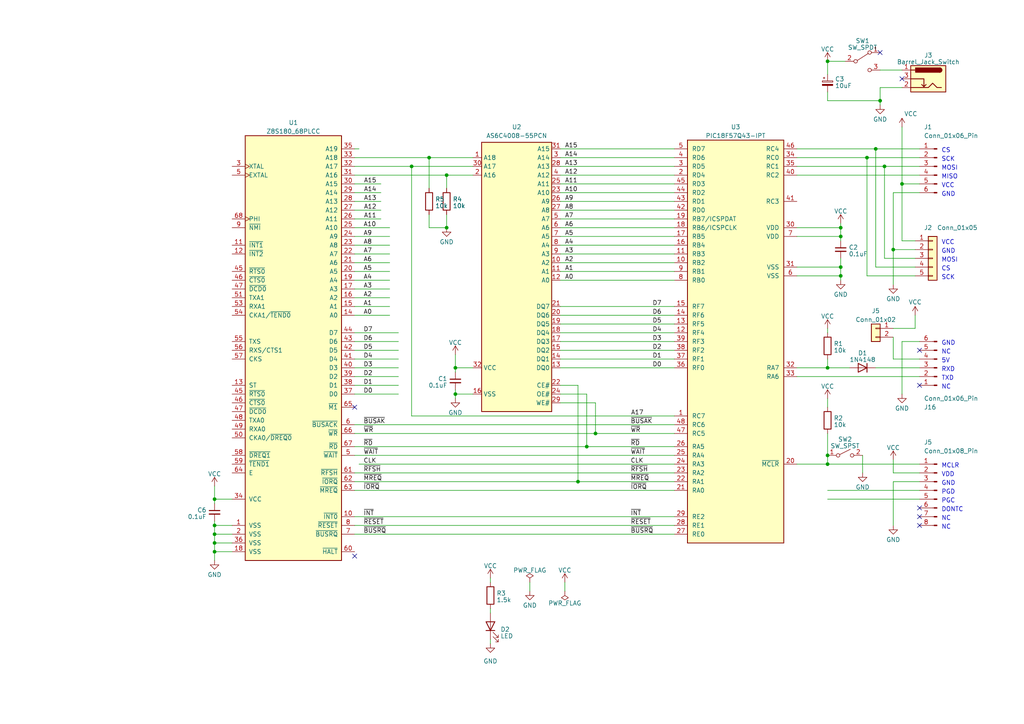
<source format=kicad_sch>
(kicad_sch (version 20230121) (generator eeschema)

  (uuid 6d2188b2-a6ec-4341-9e2f-19ddbe5554d2)

  (paper "A4")

  (title_block
    (title "Z8S180_57Q board (schematized by N.Kumagai")
    (rev "001")
  )

  (lib_symbols
    (symbol "0-Project:Z8S180_68PLCC" (pin_names (offset 1.016)) (in_bom yes) (on_board yes)
      (property "Reference" "U" (at -13.97 35.56 0)
        (effects (font (size 1.27 1.27)) (justify left))
      )
      (property "Value" "Z8S180_68PLCC" (at -1.27 35.56 0)
        (effects (font (size 1.27 1.27)) (justify left))
      )
      (property "Footprint" "" (at 0 10.16 0)
        (effects (font (size 1.27 1.27)) hide)
      )
      (property "Datasheet" "www.zilog.com/manage_directlink.php?filepath=docs/z80/um0080" (at 0 2.54 0)
        (effects (font (size 1.27 1.27)) hide)
      )
      (property "ki_keywords" "Z80 CPU uP" (at 0 0 0)
        (effects (font (size 1.27 1.27)) hide)
      )
      (property "ki_description" "8-bit General Purpose Microprocessor, DIP-40" (at 0 0 0)
        (effects (font (size 1.27 1.27)) hide)
      )
      (property "ki_fp_filters" "DIP* PDIP*" (at 0 0 0)
        (effects (font (size 1.27 1.27)) hide)
      )
      (symbol "Z8S180_68PLCC_0_1"
        (rectangle (start -13.97 34.29) (end 13.97 -88.9)
          (stroke (width 0.254) (type default))
          (fill (type background))
        )
      )
      (symbol "Z8S180_68PLCC_1_1"
        (pin power_in line (at -17.78 -78.74 0) (length 3.81)
          (name "VSS" (effects (font (size 1.27 1.27))))
          (number "1" (effects (font (size 1.27 1.27))))
        )
        (pin input line (at 17.78 -76.2 180) (length 3.81)
          (name "~{INT0}" (effects (font (size 1.27 1.27))))
          (number "10" (effects (font (size 1.27 1.27))))
        )
        (pin input line (at -17.78 2.54 0) (length 3.81)
          (name "~{INT1}" (effects (font (size 1.27 1.27))))
          (number "11" (effects (font (size 1.27 1.27))))
        )
        (pin input line (at -17.78 0 0) (length 3.81)
          (name "~{INT2}" (effects (font (size 1.27 1.27))))
          (number "12" (effects (font (size 1.27 1.27))))
        )
        (pin output line (at -17.78 -38.1 0) (length 3.81)
          (name "ST" (effects (font (size 1.27 1.27))))
          (number "13" (effects (font (size 1.27 1.27))))
        )
        (pin output line (at 17.78 -17.78 180) (length 3.81)
          (name "A0" (effects (font (size 1.27 1.27))))
          (number "14" (effects (font (size 1.27 1.27))))
        )
        (pin output line (at 17.78 -15.24 180) (length 3.81)
          (name "A1" (effects (font (size 1.27 1.27))))
          (number "15" (effects (font (size 1.27 1.27))))
        )
        (pin output line (at 17.78 -12.7 180) (length 3.81)
          (name "A2" (effects (font (size 1.27 1.27))))
          (number "16" (effects (font (size 1.27 1.27))))
        )
        (pin output line (at 17.78 -10.16 180) (length 3.81)
          (name "A3" (effects (font (size 1.27 1.27))))
          (number "17" (effects (font (size 1.27 1.27))))
        )
        (pin power_in line (at -17.78 -86.36 0) (length 3.81)
          (name "VSS" (effects (font (size 1.27 1.27))))
          (number "18" (effects (font (size 1.27 1.27))))
        )
        (pin output line (at 17.78 -7.62 180) (length 3.81)
          (name "A4" (effects (font (size 1.27 1.27))))
          (number "19" (effects (font (size 1.27 1.27))))
        )
        (pin power_in line (at -17.78 -81.28 0) (length 3.81)
          (name "VSS" (effects (font (size 1.27 1.27))))
          (number "2" (effects (font (size 1.27 1.27))))
        )
        (pin output line (at 17.78 -5.08 180) (length 3.81)
          (name "A5" (effects (font (size 1.27 1.27))))
          (number "20" (effects (font (size 1.27 1.27))))
        )
        (pin output line (at 17.78 -2.54 180) (length 3.81)
          (name "A6" (effects (font (size 1.27 1.27))))
          (number "21" (effects (font (size 1.27 1.27))))
        )
        (pin output line (at 17.78 0 180) (length 3.81)
          (name "A7" (effects (font (size 1.27 1.27))))
          (number "22" (effects (font (size 1.27 1.27))))
        )
        (pin output line (at 17.78 2.54 180) (length 3.81)
          (name "A8" (effects (font (size 1.27 1.27))))
          (number "23" (effects (font (size 1.27 1.27))))
        )
        (pin output line (at 17.78 5.08 180) (length 3.81)
          (name "A9" (effects (font (size 1.27 1.27))))
          (number "24" (effects (font (size 1.27 1.27))))
        )
        (pin output line (at 17.78 7.62 180) (length 3.81)
          (name "A10" (effects (font (size 1.27 1.27))))
          (number "25" (effects (font (size 1.27 1.27))))
        )
        (pin output line (at 17.78 10.16 180) (length 3.81)
          (name "A11" (effects (font (size 1.27 1.27))))
          (number "26" (effects (font (size 1.27 1.27))))
        )
        (pin output line (at 17.78 12.7 180) (length 3.81)
          (name "A12" (effects (font (size 1.27 1.27))))
          (number "27" (effects (font (size 1.27 1.27))))
        )
        (pin output line (at 17.78 15.24 180) (length 3.81)
          (name "A13" (effects (font (size 1.27 1.27))))
          (number "28" (effects (font (size 1.27 1.27))))
        )
        (pin output line (at 17.78 17.78 180) (length 3.81)
          (name "A14" (effects (font (size 1.27 1.27))))
          (number "29" (effects (font (size 1.27 1.27))))
        )
        (pin input clock (at -17.78 25.4 0) (length 3.81)
          (name "XTAL" (effects (font (size 1.27 1.27))))
          (number "3" (effects (font (size 1.27 1.27))))
        )
        (pin output line (at 17.78 20.32 180) (length 3.81)
          (name "A15" (effects (font (size 1.27 1.27))))
          (number "30" (effects (font (size 1.27 1.27))))
        )
        (pin output line (at 17.78 22.86 180) (length 3.81)
          (name "A16" (effects (font (size 1.27 1.27))))
          (number "31" (effects (font (size 1.27 1.27))))
        )
        (pin output line (at 17.78 25.4 180) (length 3.81)
          (name "A17" (effects (font (size 1.27 1.27))))
          (number "32" (effects (font (size 1.27 1.27))))
        )
        (pin output line (at 17.78 27.94 180) (length 3.81)
          (name "A18" (effects (font (size 1.27 1.27))))
          (number "33" (effects (font (size 1.27 1.27))))
        )
        (pin power_in line (at -17.78 -71.12 0) (length 3.81)
          (name "VCC" (effects (font (size 1.27 1.27))))
          (number "34" (effects (font (size 1.27 1.27))))
        )
        (pin output line (at 17.78 30.48 180) (length 3.81)
          (name "A19" (effects (font (size 1.27 1.27))))
          (number "35" (effects (font (size 1.27 1.27))))
        )
        (pin power_in line (at -17.78 -83.82 0) (length 3.81)
          (name "VSS" (effects (font (size 1.27 1.27))))
          (number "36" (effects (font (size 1.27 1.27))))
        )
        (pin bidirectional line (at 17.78 -40.64 180) (length 3.81)
          (name "D0" (effects (font (size 1.27 1.27))))
          (number "37" (effects (font (size 1.27 1.27))))
        )
        (pin bidirectional line (at 17.78 -38.1 180) (length 3.81)
          (name "D1" (effects (font (size 1.27 1.27))))
          (number "38" (effects (font (size 1.27 1.27))))
        )
        (pin bidirectional line (at 17.78 -35.56 180) (length 3.81)
          (name "D2" (effects (font (size 1.27 1.27))))
          (number "39" (effects (font (size 1.27 1.27))))
        )
        (pin bidirectional line (at 17.78 -33.02 180) (length 3.81)
          (name "D3" (effects (font (size 1.27 1.27))))
          (number "40" (effects (font (size 1.27 1.27))))
        )
        (pin bidirectional line (at 17.78 -30.48 180) (length 3.81)
          (name "D4" (effects (font (size 1.27 1.27))))
          (number "41" (effects (font (size 1.27 1.27))))
        )
        (pin bidirectional line (at 17.78 -27.94 180) (length 3.81)
          (name "D5" (effects (font (size 1.27 1.27))))
          (number "42" (effects (font (size 1.27 1.27))))
        )
        (pin bidirectional line (at 17.78 -25.4 180) (length 3.81)
          (name "D6" (effects (font (size 1.27 1.27))))
          (number "43" (effects (font (size 1.27 1.27))))
        )
        (pin bidirectional line (at 17.78 -22.86 180) (length 3.81)
          (name "D7" (effects (font (size 1.27 1.27))))
          (number "44" (effects (font (size 1.27 1.27))))
        )
        (pin output line (at -17.78 -40.64 0) (length 3.81)
          (name "~{RTS0}" (effects (font (size 1.27 1.27))))
          (number "45" (effects (font (size 1.27 1.27))))
        )
        (pin output line (at -17.78 -5.08 0) (length 3.81)
          (name "~{RTS0}" (effects (font (size 1.27 1.27))))
          (number "45" (effects (font (size 1.27 1.27))))
        )
        (pin input line (at -17.78 -43.18 0) (length 3.81)
          (name "~{CTS0}" (effects (font (size 1.27 1.27))))
          (number "46" (effects (font (size 1.27 1.27))))
        )
        (pin input line (at -17.78 -7.62 0) (length 3.81)
          (name "~{CTS0}" (effects (font (size 1.27 1.27))))
          (number "46" (effects (font (size 1.27 1.27))))
        )
        (pin input line (at -17.78 -45.72 0) (length 3.81)
          (name "~{DCD0}" (effects (font (size 1.27 1.27))))
          (number "47" (effects (font (size 1.27 1.27))))
        )
        (pin input line (at -17.78 -10.16 0) (length 3.81)
          (name "~{DCD0}" (effects (font (size 1.27 1.27))))
          (number "47" (effects (font (size 1.27 1.27))))
        )
        (pin output line (at -17.78 -48.26 0) (length 3.81)
          (name "TXA0" (effects (font (size 1.27 1.27))))
          (number "48" (effects (font (size 1.27 1.27))))
        )
        (pin input line (at -17.78 -50.8 0) (length 3.81)
          (name "RXA0" (effects (font (size 1.27 1.27))))
          (number "49" (effects (font (size 1.27 1.27))))
        )
        (pin input clock (at -17.78 22.86 0) (length 3.81)
          (name "EXTAL" (effects (font (size 1.27 1.27))))
          (number "5" (effects (font (size 1.27 1.27))))
        )
        (pin input line (at 17.78 -58.42 180) (length 3.81)
          (name "~{WAIT}" (effects (font (size 1.27 1.27))))
          (number "5" (effects (font (size 1.27 1.27))))
        )
        (pin input line (at -17.78 -53.34 0) (length 3.81)
          (name "CKA0/~{DREQ0}" (effects (font (size 1.27 1.27))))
          (number "50" (effects (font (size 1.27 1.27))))
        )
        (pin output line (at -17.78 -12.7 0) (length 3.81)
          (name "TXA1" (effects (font (size 1.27 1.27))))
          (number "51" (effects (font (size 1.27 1.27))))
        )
        (pin input line (at -17.78 -15.24 0) (length 3.81)
          (name "RXA1" (effects (font (size 1.27 1.27))))
          (number "53" (effects (font (size 1.27 1.27))))
        )
        (pin input line (at -17.78 -17.78 0) (length 3.81)
          (name "CKA1/~{TEND0}" (effects (font (size 1.27 1.27))))
          (number "54" (effects (font (size 1.27 1.27))))
        )
        (pin output line (at -17.78 -25.4 0) (length 3.81)
          (name "TXS" (effects (font (size 1.27 1.27))))
          (number "55" (effects (font (size 1.27 1.27))))
        )
        (pin input line (at -17.78 -27.94 0) (length 3.81)
          (name "RXS/CTS1" (effects (font (size 1.27 1.27))))
          (number "56" (effects (font (size 1.27 1.27))))
        )
        (pin input line (at -17.78 -30.48 0) (length 3.81)
          (name "CKS" (effects (font (size 1.27 1.27))))
          (number "57" (effects (font (size 1.27 1.27))))
        )
        (pin input line (at -17.78 -58.42 0) (length 3.81)
          (name "~{DREQ1}" (effects (font (size 1.27 1.27))))
          (number "58" (effects (font (size 1.27 1.27))))
        )
        (pin input line (at -17.78 -60.96 0) (length 3.81)
          (name "~{TEND1}" (effects (font (size 1.27 1.27))))
          (number "59" (effects (font (size 1.27 1.27))))
        )
        (pin output line (at 17.78 -49.53 180) (length 3.81)
          (name "~{BUSACK}" (effects (font (size 1.27 1.27))))
          (number "6" (effects (font (size 1.27 1.27))))
        )
        (pin output line (at 17.78 -86.36 180) (length 3.81)
          (name "~{HALT}" (effects (font (size 1.27 1.27))))
          (number "60" (effects (font (size 1.27 1.27))))
        )
        (pin output line (at 17.78 -63.5 180) (length 3.81)
          (name "~{RFSH}" (effects (font (size 1.27 1.27))))
          (number "61" (effects (font (size 1.27 1.27))))
        )
        (pin output line (at 17.78 -66.04 180) (length 3.81)
          (name "~{IORQ}" (effects (font (size 1.27 1.27))))
          (number "62" (effects (font (size 1.27 1.27))))
        )
        (pin output line (at 17.78 -68.58 180) (length 3.81)
          (name "~{MREQ}" (effects (font (size 1.27 1.27))))
          (number "63" (effects (font (size 1.27 1.27))))
        )
        (pin output line (at -17.78 -63.5 0) (length 3.81)
          (name "E" (effects (font (size 1.27 1.27))))
          (number "64" (effects (font (size 1.27 1.27))))
        )
        (pin output line (at 17.78 -44.45 180) (length 3.81)
          (name "~{M1}" (effects (font (size 1.27 1.27))))
          (number "65" (effects (font (size 1.27 1.27))))
        )
        (pin output line (at 17.78 -52.07 180) (length 3.81)
          (name "~{WR}" (effects (font (size 1.27 1.27))))
          (number "66" (effects (font (size 1.27 1.27))))
        )
        (pin output line (at 17.78 -55.88 180) (length 3.81)
          (name "~{RD}" (effects (font (size 1.27 1.27))))
          (number "67" (effects (font (size 1.27 1.27))))
        )
        (pin input clock (at -17.78 10.16 0) (length 3.81)
          (name "PHI" (effects (font (size 1.27 1.27))))
          (number "68" (effects (font (size 1.27 1.27))))
        )
        (pin input line (at 17.78 -81.28 180) (length 3.81)
          (name "~{BUSRQ}" (effects (font (size 1.27 1.27))))
          (number "7" (effects (font (size 1.27 1.27))))
        )
        (pin input line (at 17.78 -78.74 180) (length 3.81)
          (name "~{RESET}" (effects (font (size 1.27 1.27))))
          (number "8" (effects (font (size 1.27 1.27))))
        )
        (pin input line (at -17.78 7.62 0) (length 3.81)
          (name "~{NMI}" (effects (font (size 1.27 1.27))))
          (number "9" (effects (font (size 1.27 1.27))))
        )
      )
    )
    (symbol "0-local:AS6C4008-55PCN_oneside" (in_bom yes) (on_board yes)
      (property "Reference" "U" (at -10.16 36.195 0)
        (effects (font (size 1.27 1.27)) (justify left bottom))
      )
      (property "Value" "AS6C4008-55PCN" (at -2.54 36.83 0)
        (effects (font (size 1.27 1.27)) (justify left bottom))
      )
      (property "Footprint" "Package_DIP:DIP-32_W15.24mm" (at 0 2.54 0)
        (effects (font (size 1.27 1.27)) hide)
      )
      (property "Datasheet" "https://www.alliancememory.com/wp-content/uploads/pdf/AS6C4008.pdf" (at 0 2.54 0)
        (effects (font (size 1.27 1.27)) hide)
      )
      (property "ki_keywords" "RAM SRAM CMOS MEMORY" (at 0 0 0)
        (effects (font (size 1.27 1.27)) hide)
      )
      (property "ki_description" "512K x 8 Low Power CMOS RAM, DIP-32" (at 0 0 0)
        (effects (font (size 1.27 1.27)) hide)
      )
      (property "ki_fp_filters" "DIP*W15.24mm*" (at 0 0 0)
        (effects (font (size 1.27 1.27)) hide)
      )
      (symbol "AS6C4008-55PCN_oneside_0_0"
        (pin power_in line (at -12.7 -36.83 0) (length 2.54)
          (name "VSS" (effects (font (size 1.27 1.27))))
          (number "16" (effects (font (size 1.27 1.27))))
        )
        (pin power_in line (at -12.7 -29.21 0) (length 2.54)
          (name "VCC" (effects (font (size 1.27 1.27))))
          (number "32" (effects (font (size 1.27 1.27))))
        )
      )
      (symbol "AS6C4008-55PCN_oneside_0_1"
        (rectangle (start -10.16 36.195) (end 10.16 -41.91)
          (stroke (width 0.254) (type default))
          (fill (type background))
        )
      )
      (symbol "AS6C4008-55PCN_oneside_1_1"
        (pin input line (at -12.7 31.75 0) (length 2.54)
          (name "A18" (effects (font (size 1.27 1.27))))
          (number "1" (effects (font (size 1.27 1.27))))
        )
        (pin input line (at 12.7 1.27 180) (length 2.54)
          (name "A2" (effects (font (size 1.27 1.27))))
          (number "10" (effects (font (size 1.27 1.27))))
        )
        (pin input line (at 12.7 -1.27 180) (length 2.54)
          (name "A1" (effects (font (size 1.27 1.27))))
          (number "11" (effects (font (size 1.27 1.27))))
        )
        (pin input line (at 12.7 -3.81 180) (length 2.54)
          (name "A0" (effects (font (size 1.27 1.27))))
          (number "12" (effects (font (size 1.27 1.27))))
        )
        (pin tri_state line (at 12.7 -29.21 180) (length 2.54)
          (name "DQ0" (effects (font (size 1.27 1.27))))
          (number "13" (effects (font (size 1.27 1.27))))
        )
        (pin tri_state line (at 12.7 -26.67 180) (length 2.54)
          (name "DQ1" (effects (font (size 1.27 1.27))))
          (number "14" (effects (font (size 1.27 1.27))))
        )
        (pin tri_state line (at 12.7 -24.13 180) (length 2.54)
          (name "DQ2" (effects (font (size 1.27 1.27))))
          (number "15" (effects (font (size 1.27 1.27))))
        )
        (pin tri_state line (at 12.7 -21.59 180) (length 2.54)
          (name "DQ3" (effects (font (size 1.27 1.27))))
          (number "17" (effects (font (size 1.27 1.27))))
        )
        (pin tri_state line (at 12.7 -19.05 180) (length 2.54)
          (name "DQ4" (effects (font (size 1.27 1.27))))
          (number "18" (effects (font (size 1.27 1.27))))
        )
        (pin tri_state line (at 12.7 -16.51 180) (length 2.54)
          (name "DQ5" (effects (font (size 1.27 1.27))))
          (number "19" (effects (font (size 1.27 1.27))))
        )
        (pin input line (at -12.7 26.67 0) (length 2.54)
          (name "A16" (effects (font (size 1.27 1.27))))
          (number "2" (effects (font (size 1.27 1.27))))
        )
        (pin tri_state line (at 12.7 -13.97 180) (length 2.54)
          (name "DQ6" (effects (font (size 1.27 1.27))))
          (number "20" (effects (font (size 1.27 1.27))))
        )
        (pin tri_state line (at 12.7 -11.43 180) (length 2.54)
          (name "DQ7" (effects (font (size 1.27 1.27))))
          (number "21" (effects (font (size 1.27 1.27))))
        )
        (pin input line (at 12.7 -34.29 180) (length 2.54)
          (name "CE#" (effects (font (size 1.27 1.27))))
          (number "22" (effects (font (size 1.27 1.27))))
        )
        (pin input line (at 12.7 21.59 180) (length 2.54)
          (name "A10" (effects (font (size 1.27 1.27))))
          (number "23" (effects (font (size 1.27 1.27))))
        )
        (pin input line (at 12.7 -36.83 180) (length 2.54)
          (name "OE#" (effects (font (size 1.27 1.27))))
          (number "24" (effects (font (size 1.27 1.27))))
        )
        (pin input line (at 12.7 24.13 180) (length 2.54)
          (name "A11" (effects (font (size 1.27 1.27))))
          (number "25" (effects (font (size 1.27 1.27))))
        )
        (pin input line (at 12.7 19.05 180) (length 2.54)
          (name "A9" (effects (font (size 1.27 1.27))))
          (number "26" (effects (font (size 1.27 1.27))))
        )
        (pin input line (at 12.7 16.51 180) (length 2.54)
          (name "A8" (effects (font (size 1.27 1.27))))
          (number "27" (effects (font (size 1.27 1.27))))
        )
        (pin input line (at 12.7 29.21 180) (length 2.54)
          (name "A13" (effects (font (size 1.27 1.27))))
          (number "28" (effects (font (size 1.27 1.27))))
        )
        (pin input line (at 12.7 -39.37 180) (length 2.54)
          (name "WE#" (effects (font (size 1.27 1.27))))
          (number "29" (effects (font (size 1.27 1.27))))
        )
        (pin input line (at 12.7 31.75 180) (length 2.54)
          (name "A14" (effects (font (size 1.27 1.27))))
          (number "3" (effects (font (size 1.27 1.27))))
        )
        (pin input line (at -12.7 29.21 0) (length 2.54)
          (name "A17" (effects (font (size 1.27 1.27))))
          (number "30" (effects (font (size 1.27 1.27))))
        )
        (pin input line (at 12.7 34.29 180) (length 2.54)
          (name "A15" (effects (font (size 1.27 1.27))))
          (number "31" (effects (font (size 1.27 1.27))))
        )
        (pin input line (at 12.7 26.67 180) (length 2.54)
          (name "A12" (effects (font (size 1.27 1.27))))
          (number "4" (effects (font (size 1.27 1.27))))
        )
        (pin input line (at 12.7 13.97 180) (length 2.54)
          (name "A7" (effects (font (size 1.27 1.27))))
          (number "5" (effects (font (size 1.27 1.27))))
        )
        (pin input line (at 12.7 11.43 180) (length 2.54)
          (name "A6" (effects (font (size 1.27 1.27))))
          (number "6" (effects (font (size 1.27 1.27))))
        )
        (pin input line (at 12.7 8.89 180) (length 2.54)
          (name "A5" (effects (font (size 1.27 1.27))))
          (number "7" (effects (font (size 1.27 1.27))))
        )
        (pin input line (at 12.7 6.35 180) (length 2.54)
          (name "A4" (effects (font (size 1.27 1.27))))
          (number "8" (effects (font (size 1.27 1.27))))
        )
        (pin input line (at 12.7 3.81 180) (length 2.54)
          (name "A3" (effects (font (size 1.27 1.27))))
          (number "9" (effects (font (size 1.27 1.27))))
        )
      )
    )
    (symbol "0-local:PIC18F57Q43-IPT-2" (pin_names (offset 1.27)) (in_bom yes) (on_board yes)
      (property "Reference" "U" (at -12.7 59.69 0)
        (effects (font (size 1.27 1.27)))
      )
      (property "Value" "PIC18F57Q43-IPT" (at 5.08 59.69 0)
        (effects (font (size 1.27 1.27)))
      )
      (property "Footprint" "0-local:Quad-2x6" (at 1.27 5.08 0)
        (effects (font (size 1.27 1.27) italic) hide)
      )
      (property "Datasheet" "http://ww1.microchip.com/downloads/en/DeviceDoc/39977f.pdf" (at 0 -2.54 0)
        (effects (font (size 1.27 1.27)) hide)
      )
      (property "ki_keywords" "microchip microcontroller PIC18 flash XLP nanoWatt" (at 0 0 0)
        (effects (font (size 1.27 1.27)) hide)
      )
      (property "ki_description" "128K Flash, 8K RAM, 1K EEPROM PIC18 Microcontroller ADC PWM SPI I2C USART in TQFP48 package" (at 0 0 0)
        (effects (font (size 1.27 1.27)) hide)
      )
      (property "ki_fp_filters" "TQFP*10x10mm*P0.8mm*" (at 0 0 0)
        (effects (font (size 1.27 1.27)) hide)
      )
      (symbol "PIC18F57Q43-IPT-2_0_1"
        (rectangle (start -13.97 58.42) (end 13.97 -58.42)
          (stroke (width 0.254) (type default))
          (fill (type background))
        )
      )
      (symbol "PIC18F57Q43-IPT-2_1_1"
        (pin bidirectional line (at -17.78 -21.59 0) (length 3.81)
          (name "RC7" (effects (font (size 1.27 1.27))))
          (number "1" (effects (font (size 1.27 1.27))))
        )
        (pin bidirectional line (at -17.78 22.86 0) (length 3.81)
          (name "RB2" (effects (font (size 1.27 1.27))))
          (number "10" (effects (font (size 1.27 1.27))))
        )
        (pin bidirectional line (at -17.78 25.4 0) (length 3.81)
          (name "RB3" (effects (font (size 1.27 1.27))))
          (number "11" (effects (font (size 1.27 1.27))))
        )
        (pin bidirectional line (at -17.78 2.54 0) (length 3.81)
          (name "RF4" (effects (font (size 1.27 1.27))))
          (number "12" (effects (font (size 1.27 1.27))))
        )
        (pin bidirectional line (at -17.78 5.08 0) (length 3.81)
          (name "RF5" (effects (font (size 1.27 1.27))))
          (number "13" (effects (font (size 1.27 1.27))))
        )
        (pin bidirectional line (at -17.78 7.62 0) (length 3.81)
          (name "RF6" (effects (font (size 1.27 1.27))))
          (number "14" (effects (font (size 1.27 1.27))))
        )
        (pin bidirectional line (at -17.78 10.16 0) (length 3.81)
          (name "RF7" (effects (font (size 1.27 1.27))))
          (number "15" (effects (font (size 1.27 1.27))))
        )
        (pin bidirectional line (at -17.78 27.94 0) (length 3.81)
          (name "RB4" (effects (font (size 1.27 1.27))))
          (number "16" (effects (font (size 1.27 1.27))))
        )
        (pin bidirectional line (at -17.78 30.48 0) (length 3.81)
          (name "RB5" (effects (font (size 1.27 1.27))))
          (number "17" (effects (font (size 1.27 1.27))))
        )
        (pin bidirectional line (at -17.78 33.02 0) (length 3.81)
          (name "RB6/ICSPCLK" (effects (font (size 1.27 1.27))))
          (number "18" (effects (font (size 1.27 1.27))))
        )
        (pin bidirectional line (at -17.78 35.56 0) (length 3.81)
          (name "RB7/ICSPDAT" (effects (font (size 1.27 1.27))))
          (number "19" (effects (font (size 1.27 1.27))))
        )
        (pin bidirectional line (at -17.78 48.26 0) (length 3.81)
          (name "RD4" (effects (font (size 1.27 1.27))))
          (number "2" (effects (font (size 1.27 1.27))))
        )
        (pin bidirectional line (at 17.78 -35.56 180) (length 3.81)
          (name "~{MCLR}" (effects (font (size 1.27 1.27))))
          (number "20" (effects (font (size 1.27 1.27))))
        )
        (pin bidirectional line (at -17.78 -43.18 0) (length 3.81)
          (name "RA0" (effects (font (size 1.27 1.27))))
          (number "21" (effects (font (size 1.27 1.27))))
        )
        (pin bidirectional line (at -17.78 -40.64 0) (length 3.81)
          (name "RA1" (effects (font (size 1.27 1.27))))
          (number "22" (effects (font (size 1.27 1.27))))
        )
        (pin bidirectional line (at -17.78 -38.1 0) (length 3.81)
          (name "RA2" (effects (font (size 1.27 1.27))))
          (number "23" (effects (font (size 1.27 1.27))))
        )
        (pin bidirectional line (at -17.78 -35.56 0) (length 3.81)
          (name "RA3" (effects (font (size 1.27 1.27))))
          (number "24" (effects (font (size 1.27 1.27))))
        )
        (pin bidirectional line (at -17.78 -33.02 0) (length 3.81)
          (name "RA4" (effects (font (size 1.27 1.27))))
          (number "25" (effects (font (size 1.27 1.27))))
        )
        (pin bidirectional line (at -17.78 -30.48 0) (length 3.81)
          (name "RA5" (effects (font (size 1.27 1.27))))
          (number "26" (effects (font (size 1.27 1.27))))
        )
        (pin bidirectional line (at -17.78 -55.88 0) (length 3.81)
          (name "RE0" (effects (font (size 1.27 1.27))))
          (number "27" (effects (font (size 1.27 1.27))))
        )
        (pin bidirectional line (at -17.78 -53.34 0) (length 3.81)
          (name "RE1" (effects (font (size 1.27 1.27))))
          (number "28" (effects (font (size 1.27 1.27))))
        )
        (pin bidirectional line (at -17.78 -50.8 0) (length 3.81)
          (name "RE2" (effects (font (size 1.27 1.27))))
          (number "29" (effects (font (size 1.27 1.27))))
        )
        (pin bidirectional line (at -17.78 50.8 0) (length 3.81)
          (name "RD5" (effects (font (size 1.27 1.27))))
          (number "3" (effects (font (size 1.27 1.27))))
        )
        (pin power_in line (at 17.78 33.02 180) (length 3.81)
          (name "VDD" (effects (font (size 1.27 1.27))))
          (number "30" (effects (font (size 1.27 1.27))))
        )
        (pin power_in line (at 17.78 21.59 180) (length 3.81)
          (name "VSS" (effects (font (size 1.27 1.27))))
          (number "31" (effects (font (size 1.27 1.27))))
        )
        (pin bidirectional line (at 17.78 -7.62 180) (length 3.81)
          (name "RA7" (effects (font (size 1.27 1.27))))
          (number "32" (effects (font (size 1.27 1.27))))
        )
        (pin bidirectional line (at 17.78 -10.16 180) (length 3.81)
          (name "RA6" (effects (font (size 1.27 1.27))))
          (number "33" (effects (font (size 1.27 1.27))))
        )
        (pin bidirectional line (at 17.78 53.34 180) (length 3.81)
          (name "RC0" (effects (font (size 1.27 1.27))))
          (number "34" (effects (font (size 1.27 1.27))))
        )
        (pin bidirectional line (at 17.78 50.8 180) (length 3.81)
          (name "RC1" (effects (font (size 1.27 1.27))))
          (number "35" (effects (font (size 1.27 1.27))))
        )
        (pin bidirectional line (at -17.78 -7.62 0) (length 3.81)
          (name "RF0" (effects (font (size 1.27 1.27))))
          (number "36" (effects (font (size 1.27 1.27))))
        )
        (pin bidirectional line (at -17.78 -5.08 0) (length 3.81)
          (name "RF1" (effects (font (size 1.27 1.27))))
          (number "37" (effects (font (size 1.27 1.27))))
        )
        (pin bidirectional line (at -17.78 -2.54 0) (length 3.81)
          (name "RF2" (effects (font (size 1.27 1.27))))
          (number "38" (effects (font (size 1.27 1.27))))
        )
        (pin bidirectional line (at -17.78 0 0) (length 3.81)
          (name "RF3" (effects (font (size 1.27 1.27))))
          (number "39" (effects (font (size 1.27 1.27))))
        )
        (pin bidirectional line (at -17.78 53.34 0) (length 3.81)
          (name "RD6" (effects (font (size 1.27 1.27))))
          (number "4" (effects (font (size 1.27 1.27))))
        )
        (pin bidirectional line (at 17.78 48.26 180) (length 3.81)
          (name "RC2" (effects (font (size 1.27 1.27))))
          (number "40" (effects (font (size 1.27 1.27))))
        )
        (pin bidirectional line (at 17.78 40.64 180) (length 3.81)
          (name "RC3" (effects (font (size 1.27 1.27))))
          (number "41" (effects (font (size 1.27 1.27))))
        )
        (pin bidirectional line (at -17.78 38.1 0) (length 3.81)
          (name "RD0" (effects (font (size 1.27 1.27))))
          (number "42" (effects (font (size 1.27 1.27))))
        )
        (pin bidirectional line (at -17.78 40.64 0) (length 3.81)
          (name "RD1" (effects (font (size 1.27 1.27))))
          (number "43" (effects (font (size 1.27 1.27))))
        )
        (pin bidirectional line (at -17.78 43.18 0) (length 3.81)
          (name "RD2" (effects (font (size 1.27 1.27))))
          (number "44" (effects (font (size 1.27 1.27))))
        )
        (pin bidirectional line (at -17.78 45.72 0) (length 3.81)
          (name "RD3" (effects (font (size 1.27 1.27))))
          (number "45" (effects (font (size 1.27 1.27))))
        )
        (pin bidirectional line (at 17.78 55.88 180) (length 3.81)
          (name "RC4" (effects (font (size 1.27 1.27))))
          (number "46" (effects (font (size 1.27 1.27))))
        )
        (pin bidirectional line (at -17.78 -26.67 0) (length 3.81)
          (name "RC5" (effects (font (size 1.27 1.27))))
          (number "47" (effects (font (size 1.27 1.27))))
        )
        (pin bidirectional line (at -17.78 -24.13 0) (length 3.81)
          (name "RC6" (effects (font (size 1.27 1.27))))
          (number "48" (effects (font (size 1.27 1.27))))
        )
        (pin bidirectional line (at -17.78 55.88 0) (length 3.81)
          (name "RD7" (effects (font (size 1.27 1.27))))
          (number "5" (effects (font (size 1.27 1.27))))
        )
        (pin power_in line (at 17.78 19.05 180) (length 3.81)
          (name "VSS" (effects (font (size 1.27 1.27))))
          (number "6" (effects (font (size 1.27 1.27))))
        )
        (pin power_in line (at 17.78 30.48 180) (length 3.81)
          (name "VDD" (effects (font (size 1.27 1.27))))
          (number "7" (effects (font (size 1.27 1.27))))
        )
        (pin bidirectional line (at -17.78 17.78 0) (length 3.81)
          (name "RB0" (effects (font (size 1.27 1.27))))
          (number "8" (effects (font (size 1.27 1.27))))
        )
        (pin bidirectional line (at -17.78 20.32 0) (length 3.81)
          (name "RB1" (effects (font (size 1.27 1.27))))
          (number "9" (effects (font (size 1.27 1.27))))
        )
      )
    )
    (symbol "Connector:Barrel_Jack_Switch" (pin_names hide) (in_bom yes) (on_board yes)
      (property "Reference" "J" (at 0 5.334 0)
        (effects (font (size 1.27 1.27)))
      )
      (property "Value" "Barrel_Jack_Switch" (at 0 -5.08 0)
        (effects (font (size 1.27 1.27)))
      )
      (property "Footprint" "" (at 1.27 -1.016 0)
        (effects (font (size 1.27 1.27)) hide)
      )
      (property "Datasheet" "~" (at 1.27 -1.016 0)
        (effects (font (size 1.27 1.27)) hide)
      )
      (property "ki_keywords" "DC power barrel jack connector" (at 0 0 0)
        (effects (font (size 1.27 1.27)) hide)
      )
      (property "ki_description" "DC Barrel Jack with an internal switch" (at 0 0 0)
        (effects (font (size 1.27 1.27)) hide)
      )
      (property "ki_fp_filters" "BarrelJack*" (at 0 0 0)
        (effects (font (size 1.27 1.27)) hide)
      )
      (symbol "Barrel_Jack_Switch_0_1"
        (rectangle (start -5.08 3.81) (end 5.08 -3.81)
          (stroke (width 0.254) (type default))
          (fill (type background))
        )
        (arc (start -3.302 3.175) (mid -3.9343 2.54) (end -3.302 1.905)
          (stroke (width 0.254) (type default))
          (fill (type none))
        )
        (arc (start -3.302 3.175) (mid -3.9343 2.54) (end -3.302 1.905)
          (stroke (width 0.254) (type default))
          (fill (type outline))
        )
        (polyline
          (pts
            (xy 1.27 -2.286)
            (xy 1.905 -1.651)
          )
          (stroke (width 0.254) (type default))
          (fill (type none))
        )
        (polyline
          (pts
            (xy 5.08 2.54)
            (xy 3.81 2.54)
          )
          (stroke (width 0.254) (type default))
          (fill (type none))
        )
        (polyline
          (pts
            (xy 5.08 0)
            (xy 1.27 0)
            (xy 1.27 -2.286)
            (xy 0.635 -1.651)
          )
          (stroke (width 0.254) (type default))
          (fill (type none))
        )
        (polyline
          (pts
            (xy -3.81 -2.54)
            (xy -2.54 -2.54)
            (xy -1.27 -1.27)
            (xy 0 -2.54)
            (xy 2.54 -2.54)
            (xy 5.08 -2.54)
          )
          (stroke (width 0.254) (type default))
          (fill (type none))
        )
        (rectangle (start 3.683 3.175) (end -3.302 1.905)
          (stroke (width 0.254) (type default))
          (fill (type outline))
        )
      )
      (symbol "Barrel_Jack_Switch_1_1"
        (pin passive line (at 7.62 2.54 180) (length 2.54)
          (name "~" (effects (font (size 1.27 1.27))))
          (number "1" (effects (font (size 1.27 1.27))))
        )
        (pin passive line (at 7.62 -2.54 180) (length 2.54)
          (name "~" (effects (font (size 1.27 1.27))))
          (number "2" (effects (font (size 1.27 1.27))))
        )
        (pin passive line (at 7.62 0 180) (length 2.54)
          (name "~" (effects (font (size 1.27 1.27))))
          (number "3" (effects (font (size 1.27 1.27))))
        )
      )
    )
    (symbol "Connector:Conn_01x06_Pin" (pin_names (offset 1.016) hide) (in_bom yes) (on_board yes)
      (property "Reference" "J" (at 0 7.62 0)
        (effects (font (size 1.27 1.27)))
      )
      (property "Value" "Conn_01x06_Pin" (at 0 -10.16 0)
        (effects (font (size 1.27 1.27)))
      )
      (property "Footprint" "" (at 0 0 0)
        (effects (font (size 1.27 1.27)) hide)
      )
      (property "Datasheet" "~" (at 0 0 0)
        (effects (font (size 1.27 1.27)) hide)
      )
      (property "ki_locked" "" (at 0 0 0)
        (effects (font (size 1.27 1.27)))
      )
      (property "ki_keywords" "connector" (at 0 0 0)
        (effects (font (size 1.27 1.27)) hide)
      )
      (property "ki_description" "Generic connector, single row, 01x06, script generated" (at 0 0 0)
        (effects (font (size 1.27 1.27)) hide)
      )
      (property "ki_fp_filters" "Connector*:*_1x??_*" (at 0 0 0)
        (effects (font (size 1.27 1.27)) hide)
      )
      (symbol "Conn_01x06_Pin_1_1"
        (polyline
          (pts
            (xy 1.27 -7.62)
            (xy 0.8636 -7.62)
          )
          (stroke (width 0.1524) (type default))
          (fill (type none))
        )
        (polyline
          (pts
            (xy 1.27 -5.08)
            (xy 0.8636 -5.08)
          )
          (stroke (width 0.1524) (type default))
          (fill (type none))
        )
        (polyline
          (pts
            (xy 1.27 -2.54)
            (xy 0.8636 -2.54)
          )
          (stroke (width 0.1524) (type default))
          (fill (type none))
        )
        (polyline
          (pts
            (xy 1.27 0)
            (xy 0.8636 0)
          )
          (stroke (width 0.1524) (type default))
          (fill (type none))
        )
        (polyline
          (pts
            (xy 1.27 2.54)
            (xy 0.8636 2.54)
          )
          (stroke (width 0.1524) (type default))
          (fill (type none))
        )
        (polyline
          (pts
            (xy 1.27 5.08)
            (xy 0.8636 5.08)
          )
          (stroke (width 0.1524) (type default))
          (fill (type none))
        )
        (rectangle (start 0.8636 -7.493) (end 0 -7.747)
          (stroke (width 0.1524) (type default))
          (fill (type outline))
        )
        (rectangle (start 0.8636 -4.953) (end 0 -5.207)
          (stroke (width 0.1524) (type default))
          (fill (type outline))
        )
        (rectangle (start 0.8636 -2.413) (end 0 -2.667)
          (stroke (width 0.1524) (type default))
          (fill (type outline))
        )
        (rectangle (start 0.8636 0.127) (end 0 -0.127)
          (stroke (width 0.1524) (type default))
          (fill (type outline))
        )
        (rectangle (start 0.8636 2.667) (end 0 2.413)
          (stroke (width 0.1524) (type default))
          (fill (type outline))
        )
        (rectangle (start 0.8636 5.207) (end 0 4.953)
          (stroke (width 0.1524) (type default))
          (fill (type outline))
        )
        (pin passive line (at 5.08 5.08 180) (length 3.81)
          (name "Pin_1" (effects (font (size 1.27 1.27))))
          (number "1" (effects (font (size 1.27 1.27))))
        )
        (pin passive line (at 5.08 2.54 180) (length 3.81)
          (name "Pin_2" (effects (font (size 1.27 1.27))))
          (number "2" (effects (font (size 1.27 1.27))))
        )
        (pin passive line (at 5.08 0 180) (length 3.81)
          (name "Pin_3" (effects (font (size 1.27 1.27))))
          (number "3" (effects (font (size 1.27 1.27))))
        )
        (pin passive line (at 5.08 -2.54 180) (length 3.81)
          (name "Pin_4" (effects (font (size 1.27 1.27))))
          (number "4" (effects (font (size 1.27 1.27))))
        )
        (pin passive line (at 5.08 -5.08 180) (length 3.81)
          (name "Pin_5" (effects (font (size 1.27 1.27))))
          (number "5" (effects (font (size 1.27 1.27))))
        )
        (pin passive line (at 5.08 -7.62 180) (length 3.81)
          (name "Pin_6" (effects (font (size 1.27 1.27))))
          (number "6" (effects (font (size 1.27 1.27))))
        )
      )
    )
    (symbol "Connector:Conn_01x08_Pin" (pin_names (offset 1.016) hide) (in_bom yes) (on_board yes)
      (property "Reference" "J" (at 0 10.16 0)
        (effects (font (size 1.27 1.27)))
      )
      (property "Value" "Conn_01x08_Pin" (at 0 -12.7 0)
        (effects (font (size 1.27 1.27)))
      )
      (property "Footprint" "" (at 0 0 0)
        (effects (font (size 1.27 1.27)) hide)
      )
      (property "Datasheet" "~" (at 0 0 0)
        (effects (font (size 1.27 1.27)) hide)
      )
      (property "ki_locked" "" (at 0 0 0)
        (effects (font (size 1.27 1.27)))
      )
      (property "ki_keywords" "connector" (at 0 0 0)
        (effects (font (size 1.27 1.27)) hide)
      )
      (property "ki_description" "Generic connector, single row, 01x08, script generated" (at 0 0 0)
        (effects (font (size 1.27 1.27)) hide)
      )
      (property "ki_fp_filters" "Connector*:*_1x??_*" (at 0 0 0)
        (effects (font (size 1.27 1.27)) hide)
      )
      (symbol "Conn_01x08_Pin_1_1"
        (polyline
          (pts
            (xy 1.27 -10.16)
            (xy 0.8636 -10.16)
          )
          (stroke (width 0.1524) (type default))
          (fill (type none))
        )
        (polyline
          (pts
            (xy 1.27 -7.62)
            (xy 0.8636 -7.62)
          )
          (stroke (width 0.1524) (type default))
          (fill (type none))
        )
        (polyline
          (pts
            (xy 1.27 -5.08)
            (xy 0.8636 -5.08)
          )
          (stroke (width 0.1524) (type default))
          (fill (type none))
        )
        (polyline
          (pts
            (xy 1.27 -2.54)
            (xy 0.8636 -2.54)
          )
          (stroke (width 0.1524) (type default))
          (fill (type none))
        )
        (polyline
          (pts
            (xy 1.27 0)
            (xy 0.8636 0)
          )
          (stroke (width 0.1524) (type default))
          (fill (type none))
        )
        (polyline
          (pts
            (xy 1.27 2.54)
            (xy 0.8636 2.54)
          )
          (stroke (width 0.1524) (type default))
          (fill (type none))
        )
        (polyline
          (pts
            (xy 1.27 5.08)
            (xy 0.8636 5.08)
          )
          (stroke (width 0.1524) (type default))
          (fill (type none))
        )
        (polyline
          (pts
            (xy 1.27 7.62)
            (xy 0.8636 7.62)
          )
          (stroke (width 0.1524) (type default))
          (fill (type none))
        )
        (rectangle (start 0.8636 -10.033) (end 0 -10.287)
          (stroke (width 0.1524) (type default))
          (fill (type outline))
        )
        (rectangle (start 0.8636 -7.493) (end 0 -7.747)
          (stroke (width 0.1524) (type default))
          (fill (type outline))
        )
        (rectangle (start 0.8636 -4.953) (end 0 -5.207)
          (stroke (width 0.1524) (type default))
          (fill (type outline))
        )
        (rectangle (start 0.8636 -2.413) (end 0 -2.667)
          (stroke (width 0.1524) (type default))
          (fill (type outline))
        )
        (rectangle (start 0.8636 0.127) (end 0 -0.127)
          (stroke (width 0.1524) (type default))
          (fill (type outline))
        )
        (rectangle (start 0.8636 2.667) (end 0 2.413)
          (stroke (width 0.1524) (type default))
          (fill (type outline))
        )
        (rectangle (start 0.8636 5.207) (end 0 4.953)
          (stroke (width 0.1524) (type default))
          (fill (type outline))
        )
        (rectangle (start 0.8636 7.747) (end 0 7.493)
          (stroke (width 0.1524) (type default))
          (fill (type outline))
        )
        (pin passive line (at 5.08 7.62 180) (length 3.81)
          (name "Pin_1" (effects (font (size 1.27 1.27))))
          (number "1" (effects (font (size 1.27 1.27))))
        )
        (pin passive line (at 5.08 5.08 180) (length 3.81)
          (name "Pin_2" (effects (font (size 1.27 1.27))))
          (number "2" (effects (font (size 1.27 1.27))))
        )
        (pin passive line (at 5.08 2.54 180) (length 3.81)
          (name "Pin_3" (effects (font (size 1.27 1.27))))
          (number "3" (effects (font (size 1.27 1.27))))
        )
        (pin passive line (at 5.08 0 180) (length 3.81)
          (name "Pin_4" (effects (font (size 1.27 1.27))))
          (number "4" (effects (font (size 1.27 1.27))))
        )
        (pin passive line (at 5.08 -2.54 180) (length 3.81)
          (name "Pin_5" (effects (font (size 1.27 1.27))))
          (number "5" (effects (font (size 1.27 1.27))))
        )
        (pin passive line (at 5.08 -5.08 180) (length 3.81)
          (name "Pin_6" (effects (font (size 1.27 1.27))))
          (number "6" (effects (font (size 1.27 1.27))))
        )
        (pin passive line (at 5.08 -7.62 180) (length 3.81)
          (name "Pin_7" (effects (font (size 1.27 1.27))))
          (number "7" (effects (font (size 1.27 1.27))))
        )
        (pin passive line (at 5.08 -10.16 180) (length 3.81)
          (name "Pin_8" (effects (font (size 1.27 1.27))))
          (number "8" (effects (font (size 1.27 1.27))))
        )
      )
    )
    (symbol "Connector_Generic:Conn_01x02" (pin_names (offset 1.016) hide) (in_bom yes) (on_board yes)
      (property "Reference" "J" (at 0 2.54 0)
        (effects (font (size 1.27 1.27)))
      )
      (property "Value" "Conn_01x02" (at 0 -5.08 0)
        (effects (font (size 1.27 1.27)))
      )
      (property "Footprint" "" (at 0 0 0)
        (effects (font (size 1.27 1.27)) hide)
      )
      (property "Datasheet" "~" (at 0 0 0)
        (effects (font (size 1.27 1.27)) hide)
      )
      (property "ki_keywords" "connector" (at 0 0 0)
        (effects (font (size 1.27 1.27)) hide)
      )
      (property "ki_description" "Generic connector, single row, 01x02, script generated (kicad-library-utils/schlib/autogen/connector/)" (at 0 0 0)
        (effects (font (size 1.27 1.27)) hide)
      )
      (property "ki_fp_filters" "Connector*:*_1x??_*" (at 0 0 0)
        (effects (font (size 1.27 1.27)) hide)
      )
      (symbol "Conn_01x02_1_1"
        (rectangle (start -1.27 -2.413) (end 0 -2.667)
          (stroke (width 0.1524) (type default))
          (fill (type none))
        )
        (rectangle (start -1.27 0.127) (end 0 -0.127)
          (stroke (width 0.1524) (type default))
          (fill (type none))
        )
        (rectangle (start -1.27 1.27) (end 1.27 -3.81)
          (stroke (width 0.254) (type default))
          (fill (type background))
        )
        (pin passive line (at -5.08 0 0) (length 3.81)
          (name "Pin_1" (effects (font (size 1.27 1.27))))
          (number "1" (effects (font (size 1.27 1.27))))
        )
        (pin passive line (at -5.08 -2.54 0) (length 3.81)
          (name "Pin_2" (effects (font (size 1.27 1.27))))
          (number "2" (effects (font (size 1.27 1.27))))
        )
      )
    )
    (symbol "Connector_Generic:Conn_01x05" (pin_names (offset 1.016) hide) (in_bom yes) (on_board yes)
      (property "Reference" "J" (at 0 7.62 0)
        (effects (font (size 1.27 1.27)))
      )
      (property "Value" "Conn_01x05" (at 0 -7.62 0)
        (effects (font (size 1.27 1.27)))
      )
      (property "Footprint" "" (at 0 0 0)
        (effects (font (size 1.27 1.27)) hide)
      )
      (property "Datasheet" "~" (at 0 0 0)
        (effects (font (size 1.27 1.27)) hide)
      )
      (property "ki_keywords" "connector" (at 0 0 0)
        (effects (font (size 1.27 1.27)) hide)
      )
      (property "ki_description" "Generic connector, single row, 01x05, script generated (kicad-library-utils/schlib/autogen/connector/)" (at 0 0 0)
        (effects (font (size 1.27 1.27)) hide)
      )
      (property "ki_fp_filters" "Connector*:*_1x??_*" (at 0 0 0)
        (effects (font (size 1.27 1.27)) hide)
      )
      (symbol "Conn_01x05_1_1"
        (rectangle (start -1.27 -4.953) (end 0 -5.207)
          (stroke (width 0.1524) (type default))
          (fill (type none))
        )
        (rectangle (start -1.27 -2.413) (end 0 -2.667)
          (stroke (width 0.1524) (type default))
          (fill (type none))
        )
        (rectangle (start -1.27 0.127) (end 0 -0.127)
          (stroke (width 0.1524) (type default))
          (fill (type none))
        )
        (rectangle (start -1.27 2.667) (end 0 2.413)
          (stroke (width 0.1524) (type default))
          (fill (type none))
        )
        (rectangle (start -1.27 5.207) (end 0 4.953)
          (stroke (width 0.1524) (type default))
          (fill (type none))
        )
        (rectangle (start -1.27 6.35) (end 1.27 -6.35)
          (stroke (width 0.254) (type default))
          (fill (type background))
        )
        (pin passive line (at -5.08 5.08 0) (length 3.81)
          (name "Pin_1" (effects (font (size 1.27 1.27))))
          (number "1" (effects (font (size 1.27 1.27))))
        )
        (pin passive line (at -5.08 2.54 0) (length 3.81)
          (name "Pin_2" (effects (font (size 1.27 1.27))))
          (number "2" (effects (font (size 1.27 1.27))))
        )
        (pin passive line (at -5.08 0 0) (length 3.81)
          (name "Pin_3" (effects (font (size 1.27 1.27))))
          (number "3" (effects (font (size 1.27 1.27))))
        )
        (pin passive line (at -5.08 -2.54 0) (length 3.81)
          (name "Pin_4" (effects (font (size 1.27 1.27))))
          (number "4" (effects (font (size 1.27 1.27))))
        )
        (pin passive line (at -5.08 -5.08 0) (length 3.81)
          (name "Pin_5" (effects (font (size 1.27 1.27))))
          (number "5" (effects (font (size 1.27 1.27))))
        )
      )
    )
    (symbol "Device:C_Polarized_Small" (pin_numbers hide) (pin_names (offset 0.254) hide) (in_bom yes) (on_board yes)
      (property "Reference" "C" (at 0.254 1.778 0)
        (effects (font (size 1.27 1.27)) (justify left))
      )
      (property "Value" "C_Polarized_Small" (at 0.254 -2.032 0)
        (effects (font (size 1.27 1.27)) (justify left))
      )
      (property "Footprint" "" (at 0 0 0)
        (effects (font (size 1.27 1.27)) hide)
      )
      (property "Datasheet" "~" (at 0 0 0)
        (effects (font (size 1.27 1.27)) hide)
      )
      (property "ki_keywords" "cap capacitor" (at 0 0 0)
        (effects (font (size 1.27 1.27)) hide)
      )
      (property "ki_description" "Polarized capacitor, small symbol" (at 0 0 0)
        (effects (font (size 1.27 1.27)) hide)
      )
      (property "ki_fp_filters" "CP_*" (at 0 0 0)
        (effects (font (size 1.27 1.27)) hide)
      )
      (symbol "C_Polarized_Small_0_1"
        (rectangle (start -1.524 -0.3048) (end 1.524 -0.6858)
          (stroke (width 0) (type default))
          (fill (type outline))
        )
        (rectangle (start -1.524 0.6858) (end 1.524 0.3048)
          (stroke (width 0) (type default))
          (fill (type none))
        )
        (polyline
          (pts
            (xy -1.27 1.524)
            (xy -0.762 1.524)
          )
          (stroke (width 0) (type default))
          (fill (type none))
        )
        (polyline
          (pts
            (xy -1.016 1.27)
            (xy -1.016 1.778)
          )
          (stroke (width 0) (type default))
          (fill (type none))
        )
      )
      (symbol "C_Polarized_Small_1_1"
        (pin passive line (at 0 2.54 270) (length 1.8542)
          (name "~" (effects (font (size 1.27 1.27))))
          (number "1" (effects (font (size 1.27 1.27))))
        )
        (pin passive line (at 0 -2.54 90) (length 1.8542)
          (name "~" (effects (font (size 1.27 1.27))))
          (number "2" (effects (font (size 1.27 1.27))))
        )
      )
    )
    (symbol "Device:C_Small" (pin_numbers hide) (pin_names (offset 0.254) hide) (in_bom yes) (on_board yes)
      (property "Reference" "C" (at 0.254 1.778 0)
        (effects (font (size 1.27 1.27)) (justify left))
      )
      (property "Value" "C_Small" (at 0.254 -2.032 0)
        (effects (font (size 1.27 1.27)) (justify left))
      )
      (property "Footprint" "" (at 0 0 0)
        (effects (font (size 1.27 1.27)) hide)
      )
      (property "Datasheet" "~" (at 0 0 0)
        (effects (font (size 1.27 1.27)) hide)
      )
      (property "ki_keywords" "capacitor cap" (at 0 0 0)
        (effects (font (size 1.27 1.27)) hide)
      )
      (property "ki_description" "Unpolarized capacitor, small symbol" (at 0 0 0)
        (effects (font (size 1.27 1.27)) hide)
      )
      (property "ki_fp_filters" "C_*" (at 0 0 0)
        (effects (font (size 1.27 1.27)) hide)
      )
      (symbol "C_Small_0_1"
        (polyline
          (pts
            (xy -1.524 -0.508)
            (xy 1.524 -0.508)
          )
          (stroke (width 0.3302) (type default))
          (fill (type none))
        )
        (polyline
          (pts
            (xy -1.524 0.508)
            (xy 1.524 0.508)
          )
          (stroke (width 0.3048) (type default))
          (fill (type none))
        )
      )
      (symbol "C_Small_1_1"
        (pin passive line (at 0 2.54 270) (length 2.032)
          (name "~" (effects (font (size 1.27 1.27))))
          (number "1" (effects (font (size 1.27 1.27))))
        )
        (pin passive line (at 0 -2.54 90) (length 2.032)
          (name "~" (effects (font (size 1.27 1.27))))
          (number "2" (effects (font (size 1.27 1.27))))
        )
      )
    )
    (symbol "Device:LED" (pin_numbers hide) (pin_names (offset 1.016) hide) (in_bom yes) (on_board yes)
      (property "Reference" "D" (at 0 2.54 0)
        (effects (font (size 1.27 1.27)))
      )
      (property "Value" "LED" (at 0 -2.54 0)
        (effects (font (size 1.27 1.27)))
      )
      (property "Footprint" "" (at 0 0 0)
        (effects (font (size 1.27 1.27)) hide)
      )
      (property "Datasheet" "~" (at 0 0 0)
        (effects (font (size 1.27 1.27)) hide)
      )
      (property "ki_keywords" "LED diode" (at 0 0 0)
        (effects (font (size 1.27 1.27)) hide)
      )
      (property "ki_description" "Light emitting diode" (at 0 0 0)
        (effects (font (size 1.27 1.27)) hide)
      )
      (property "ki_fp_filters" "LED* LED_SMD:* LED_THT:*" (at 0 0 0)
        (effects (font (size 1.27 1.27)) hide)
      )
      (symbol "LED_0_1"
        (polyline
          (pts
            (xy -1.27 -1.27)
            (xy -1.27 1.27)
          )
          (stroke (width 0.254) (type default))
          (fill (type none))
        )
        (polyline
          (pts
            (xy -1.27 0)
            (xy 1.27 0)
          )
          (stroke (width 0) (type default))
          (fill (type none))
        )
        (polyline
          (pts
            (xy 1.27 -1.27)
            (xy 1.27 1.27)
            (xy -1.27 0)
            (xy 1.27 -1.27)
          )
          (stroke (width 0.254) (type default))
          (fill (type none))
        )
        (polyline
          (pts
            (xy -3.048 -0.762)
            (xy -4.572 -2.286)
            (xy -3.81 -2.286)
            (xy -4.572 -2.286)
            (xy -4.572 -1.524)
          )
          (stroke (width 0) (type default))
          (fill (type none))
        )
        (polyline
          (pts
            (xy -1.778 -0.762)
            (xy -3.302 -2.286)
            (xy -2.54 -2.286)
            (xy -3.302 -2.286)
            (xy -3.302 -1.524)
          )
          (stroke (width 0) (type default))
          (fill (type none))
        )
      )
      (symbol "LED_1_1"
        (pin passive line (at -3.81 0 0) (length 2.54)
          (name "K" (effects (font (size 1.27 1.27))))
          (number "1" (effects (font (size 1.27 1.27))))
        )
        (pin passive line (at 3.81 0 180) (length 2.54)
          (name "A" (effects (font (size 1.27 1.27))))
          (number "2" (effects (font (size 1.27 1.27))))
        )
      )
    )
    (symbol "Device:R" (pin_numbers hide) (pin_names (offset 0)) (in_bom yes) (on_board yes)
      (property "Reference" "R" (at 2.032 0 90)
        (effects (font (size 1.27 1.27)))
      )
      (property "Value" "R" (at 0 0 90)
        (effects (font (size 1.27 1.27)))
      )
      (property "Footprint" "" (at -1.778 0 90)
        (effects (font (size 1.27 1.27)) hide)
      )
      (property "Datasheet" "~" (at 0 0 0)
        (effects (font (size 1.27 1.27)) hide)
      )
      (property "ki_keywords" "R res resistor" (at 0 0 0)
        (effects (font (size 1.27 1.27)) hide)
      )
      (property "ki_description" "Resistor" (at 0 0 0)
        (effects (font (size 1.27 1.27)) hide)
      )
      (property "ki_fp_filters" "R_*" (at 0 0 0)
        (effects (font (size 1.27 1.27)) hide)
      )
      (symbol "R_0_1"
        (rectangle (start -1.016 -2.54) (end 1.016 2.54)
          (stroke (width 0.254) (type default))
          (fill (type none))
        )
      )
      (symbol "R_1_1"
        (pin passive line (at 0 3.81 270) (length 1.27)
          (name "~" (effects (font (size 1.27 1.27))))
          (number "1" (effects (font (size 1.27 1.27))))
        )
        (pin passive line (at 0 -3.81 90) (length 1.27)
          (name "~" (effects (font (size 1.27 1.27))))
          (number "2" (effects (font (size 1.27 1.27))))
        )
      )
    )
    (symbol "Diode:1N4148" (pin_numbers hide) (pin_names hide) (in_bom yes) (on_board yes)
      (property "Reference" "D" (at 0 2.54 0)
        (effects (font (size 1.27 1.27)))
      )
      (property "Value" "1N4148" (at 0 -2.54 0)
        (effects (font (size 1.27 1.27)))
      )
      (property "Footprint" "Diode_THT:D_DO-35_SOD27_P7.62mm_Horizontal" (at 0 0 0)
        (effects (font (size 1.27 1.27)) hide)
      )
      (property "Datasheet" "https://assets.nexperia.com/documents/data-sheet/1N4148_1N4448.pdf" (at 0 0 0)
        (effects (font (size 1.27 1.27)) hide)
      )
      (property "Sim.Device" "D" (at 0 0 0)
        (effects (font (size 1.27 1.27)) hide)
      )
      (property "Sim.Pins" "1=K 2=A" (at 0 0 0)
        (effects (font (size 1.27 1.27)) hide)
      )
      (property "ki_keywords" "diode" (at 0 0 0)
        (effects (font (size 1.27 1.27)) hide)
      )
      (property "ki_description" "100V 0.15A standard switching diode, DO-35" (at 0 0 0)
        (effects (font (size 1.27 1.27)) hide)
      )
      (property "ki_fp_filters" "D*DO?35*" (at 0 0 0)
        (effects (font (size 1.27 1.27)) hide)
      )
      (symbol "1N4148_0_1"
        (polyline
          (pts
            (xy -1.27 1.27)
            (xy -1.27 -1.27)
          )
          (stroke (width 0.254) (type default))
          (fill (type none))
        )
        (polyline
          (pts
            (xy 1.27 0)
            (xy -1.27 0)
          )
          (stroke (width 0) (type default))
          (fill (type none))
        )
        (polyline
          (pts
            (xy 1.27 1.27)
            (xy 1.27 -1.27)
            (xy -1.27 0)
            (xy 1.27 1.27)
          )
          (stroke (width 0.254) (type default))
          (fill (type none))
        )
      )
      (symbol "1N4148_1_1"
        (pin passive line (at -3.81 0 0) (length 2.54)
          (name "K" (effects (font (size 1.27 1.27))))
          (number "1" (effects (font (size 1.27 1.27))))
        )
        (pin passive line (at 3.81 0 180) (length 2.54)
          (name "A" (effects (font (size 1.27 1.27))))
          (number "2" (effects (font (size 1.27 1.27))))
        )
      )
    )
    (symbol "Switch:SW_SPDT" (pin_names (offset 0) hide) (in_bom yes) (on_board yes)
      (property "Reference" "SW" (at 0 4.318 0)
        (effects (font (size 1.27 1.27)))
      )
      (property "Value" "SW_SPDT" (at 0 -5.08 0)
        (effects (font (size 1.27 1.27)))
      )
      (property "Footprint" "" (at 0 0 0)
        (effects (font (size 1.27 1.27)) hide)
      )
      (property "Datasheet" "~" (at 0 0 0)
        (effects (font (size 1.27 1.27)) hide)
      )
      (property "ki_keywords" "switch single-pole double-throw spdt ON-ON" (at 0 0 0)
        (effects (font (size 1.27 1.27)) hide)
      )
      (property "ki_description" "Switch, single pole double throw" (at 0 0 0)
        (effects (font (size 1.27 1.27)) hide)
      )
      (symbol "SW_SPDT_0_0"
        (circle (center -2.032 0) (radius 0.508)
          (stroke (width 0) (type default))
          (fill (type none))
        )
        (circle (center 2.032 -2.54) (radius 0.508)
          (stroke (width 0) (type default))
          (fill (type none))
        )
      )
      (symbol "SW_SPDT_0_1"
        (polyline
          (pts
            (xy -1.524 0.254)
            (xy 1.651 2.286)
          )
          (stroke (width 0) (type default))
          (fill (type none))
        )
        (circle (center 2.032 2.54) (radius 0.508)
          (stroke (width 0) (type default))
          (fill (type none))
        )
      )
      (symbol "SW_SPDT_1_1"
        (pin passive line (at 5.08 2.54 180) (length 2.54)
          (name "A" (effects (font (size 1.27 1.27))))
          (number "1" (effects (font (size 1.27 1.27))))
        )
        (pin passive line (at -5.08 0 0) (length 2.54)
          (name "B" (effects (font (size 1.27 1.27))))
          (number "2" (effects (font (size 1.27 1.27))))
        )
        (pin passive line (at 5.08 -2.54 180) (length 2.54)
          (name "C" (effects (font (size 1.27 1.27))))
          (number "3" (effects (font (size 1.27 1.27))))
        )
      )
    )
    (symbol "Switch:SW_SPST" (pin_names (offset 0) hide) (in_bom yes) (on_board yes)
      (property "Reference" "SW" (at 0 3.175 0)
        (effects (font (size 1.27 1.27)))
      )
      (property "Value" "SW_SPST" (at 0 -2.54 0)
        (effects (font (size 1.27 1.27)))
      )
      (property "Footprint" "" (at 0 0 0)
        (effects (font (size 1.27 1.27)) hide)
      )
      (property "Datasheet" "~" (at 0 0 0)
        (effects (font (size 1.27 1.27)) hide)
      )
      (property "ki_keywords" "switch lever" (at 0 0 0)
        (effects (font (size 1.27 1.27)) hide)
      )
      (property "ki_description" "Single Pole Single Throw (SPST) switch" (at 0 0 0)
        (effects (font (size 1.27 1.27)) hide)
      )
      (symbol "SW_SPST_0_0"
        (circle (center -2.032 0) (radius 0.508)
          (stroke (width 0) (type default))
          (fill (type none))
        )
        (polyline
          (pts
            (xy -1.524 0.254)
            (xy 1.524 1.778)
          )
          (stroke (width 0) (type default))
          (fill (type none))
        )
        (circle (center 2.032 0) (radius 0.508)
          (stroke (width 0) (type default))
          (fill (type none))
        )
      )
      (symbol "SW_SPST_1_1"
        (pin passive line (at -5.08 0 0) (length 2.54)
          (name "A" (effects (font (size 1.27 1.27))))
          (number "1" (effects (font (size 1.27 1.27))))
        )
        (pin passive line (at 5.08 0 180) (length 2.54)
          (name "B" (effects (font (size 1.27 1.27))))
          (number "2" (effects (font (size 1.27 1.27))))
        )
      )
    )
    (symbol "power:GND" (power) (pin_names (offset 0)) (in_bom yes) (on_board yes)
      (property "Reference" "#PWR" (at 0 -6.35 0)
        (effects (font (size 1.27 1.27)) hide)
      )
      (property "Value" "GND" (at 0 -3.81 0)
        (effects (font (size 1.27 1.27)))
      )
      (property "Footprint" "" (at 0 0 0)
        (effects (font (size 1.27 1.27)) hide)
      )
      (property "Datasheet" "" (at 0 0 0)
        (effects (font (size 1.27 1.27)) hide)
      )
      (property "ki_keywords" "global power" (at 0 0 0)
        (effects (font (size 1.27 1.27)) hide)
      )
      (property "ki_description" "Power symbol creates a global label with name \"GND\" , ground" (at 0 0 0)
        (effects (font (size 1.27 1.27)) hide)
      )
      (symbol "GND_0_1"
        (polyline
          (pts
            (xy 0 0)
            (xy 0 -1.27)
            (xy 1.27 -1.27)
            (xy 0 -2.54)
            (xy -1.27 -1.27)
            (xy 0 -1.27)
          )
          (stroke (width 0) (type default))
          (fill (type none))
        )
      )
      (symbol "GND_1_1"
        (pin power_in line (at 0 0 270) (length 0) hide
          (name "GND" (effects (font (size 1.27 1.27))))
          (number "1" (effects (font (size 1.27 1.27))))
        )
      )
    )
    (symbol "power:PWR_FLAG" (power) (pin_numbers hide) (pin_names (offset 0) hide) (in_bom yes) (on_board yes)
      (property "Reference" "#FLG" (at 0 1.905 0)
        (effects (font (size 1.27 1.27)) hide)
      )
      (property "Value" "PWR_FLAG" (at 0 3.81 0)
        (effects (font (size 1.27 1.27)))
      )
      (property "Footprint" "" (at 0 0 0)
        (effects (font (size 1.27 1.27)) hide)
      )
      (property "Datasheet" "~" (at 0 0 0)
        (effects (font (size 1.27 1.27)) hide)
      )
      (property "ki_keywords" "flag power" (at 0 0 0)
        (effects (font (size 1.27 1.27)) hide)
      )
      (property "ki_description" "Special symbol for telling ERC where power comes from" (at 0 0 0)
        (effects (font (size 1.27 1.27)) hide)
      )
      (symbol "PWR_FLAG_0_0"
        (pin power_out line (at 0 0 90) (length 0)
          (name "pwr" (effects (font (size 1.27 1.27))))
          (number "1" (effects (font (size 1.27 1.27))))
        )
      )
      (symbol "PWR_FLAG_0_1"
        (polyline
          (pts
            (xy 0 0)
            (xy 0 1.27)
            (xy -1.016 1.905)
            (xy 0 2.54)
            (xy 1.016 1.905)
            (xy 0 1.27)
          )
          (stroke (width 0) (type default))
          (fill (type none))
        )
      )
    )
    (symbol "power:VCC" (power) (pin_names (offset 0)) (in_bom yes) (on_board yes)
      (property "Reference" "#PWR" (at 0 -3.81 0)
        (effects (font (size 1.27 1.27)) hide)
      )
      (property "Value" "VCC" (at 0 3.81 0)
        (effects (font (size 1.27 1.27)))
      )
      (property "Footprint" "" (at 0 0 0)
        (effects (font (size 1.27 1.27)) hide)
      )
      (property "Datasheet" "" (at 0 0 0)
        (effects (font (size 1.27 1.27)) hide)
      )
      (property "ki_keywords" "global power" (at 0 0 0)
        (effects (font (size 1.27 1.27)) hide)
      )
      (property "ki_description" "Power symbol creates a global label with name \"VCC\"" (at 0 0 0)
        (effects (font (size 1.27 1.27)) hide)
      )
      (symbol "VCC_0_1"
        (polyline
          (pts
            (xy -0.762 1.27)
            (xy 0 2.54)
          )
          (stroke (width 0) (type default))
          (fill (type none))
        )
        (polyline
          (pts
            (xy 0 0)
            (xy 0 2.54)
          )
          (stroke (width 0) (type default))
          (fill (type none))
        )
        (polyline
          (pts
            (xy 0 2.54)
            (xy 0.762 1.27)
          )
          (stroke (width 0) (type default))
          (fill (type none))
        )
      )
      (symbol "VCC_1_1"
        (pin power_in line (at 0 0 90) (length 0) hide
          (name "VCC" (effects (font (size 1.27 1.27))))
          (number "1" (effects (font (size 1.27 1.27))))
        )
      )
    )
  )

  (junction (at 170.18 129.54) (diameter 0) (color 0 0 0 0)
    (uuid 05d29ff3-8e69-4455-9409-5dc6e68dddf7)
  )
  (junction (at 119.38 48.26) (diameter 0) (color 0 0 0 0)
    (uuid 0d7372e9-97a9-43a3-a725-b6dff4150dea)
  )
  (junction (at 256.54 48.26) (diameter 0) (color 0 0 0 0)
    (uuid 108069f6-a8fb-4154-8c0a-7165cccee366)
  )
  (junction (at 251.46 45.72) (diameter 0) (color 0 0 0 0)
    (uuid 1be18c22-ae29-477a-b2b7-2f7d8b703785)
  )
  (junction (at 129.54 50.8) (diameter 0) (color 0 0 0 0)
    (uuid 1f469ddc-06b1-44de-8418-f39b4f036b91)
  )
  (junction (at 132.08 114.3) (diameter 0) (color 0 0 0 0)
    (uuid 25f200f8-b161-4b05-af7f-d1fa7b85fa90)
  )
  (junction (at 62.23 152.4) (diameter 0) (color 0 0 0 0)
    (uuid 287ae776-92a0-4083-a9a6-75418fc6cf2f)
  )
  (junction (at 243.84 80.01) (diameter 0) (color 0 0 0 0)
    (uuid 2980b0f9-32d1-4bd8-b98a-1df040bf9bd0)
  )
  (junction (at 261.62 53.34) (diameter 0) (color 0 0 0 0)
    (uuid 4a2de5de-5478-404f-bf15-3ad6823b7b9e)
  )
  (junction (at 124.46 45.72) (diameter 0) (color 0 0 0 0)
    (uuid 56c36e49-8a2b-473e-b1f1-5ef3cb7b612d)
  )
  (junction (at 240.03 134.62) (diameter 0) (color 0 0 0 0)
    (uuid 5b033760-3d29-44c4-8a01-f9531b9ffcac)
  )
  (junction (at 129.54 66.04) (diameter 0) (color 0 0 0 0)
    (uuid 71a44291-3bb1-4828-a957-768cb9c91399)
  )
  (junction (at 62.23 144.78) (diameter 0) (color 0 0 0 0)
    (uuid 7d63578b-80c3-4a51-b87e-e2020667a477)
  )
  (junction (at 243.84 66.04) (diameter 0) (color 0 0 0 0)
    (uuid 91cd5527-e3c1-42ff-bef7-573673157df9)
  )
  (junction (at 255.27 29.21) (diameter 0) (color 0 0 0 0)
    (uuid 92981271-d621-49b5-8eab-97efdd5d2ae9)
  )
  (junction (at 259.08 72.39) (diameter 0) (color 0 0 0 0)
    (uuid 980ac6f9-dc6d-4805-a91e-d095e20b09f7)
  )
  (junction (at 62.23 154.94) (diameter 0) (color 0 0 0 0)
    (uuid 9cd827e8-db3d-4052-aabe-d54bafb4f259)
  )
  (junction (at 254 43.18) (diameter 0) (color 0 0 0 0)
    (uuid 9d4ea222-13d6-4b80-b8b6-944595cc6109)
  )
  (junction (at 132.08 106.68) (diameter 0) (color 0 0 0 0)
    (uuid a208146d-ed60-41d3-9a97-c9dc209463f8)
  )
  (junction (at 243.84 68.58) (diameter 0) (color 0 0 0 0)
    (uuid a605aec4-7296-454c-b7e4-e367e162668e)
  )
  (junction (at 243.84 77.47) (diameter 0) (color 0 0 0 0)
    (uuid b29f3030-800b-4cda-a230-c89dfe7a9b29)
  )
  (junction (at 172.72 125.73) (diameter 0) (color 0 0 0 0)
    (uuid cacc94e4-6a58-4600-a99e-8ab0f551279b)
  )
  (junction (at 167.64 139.7) (diameter 0) (color 0 0 0 0)
    (uuid cce22d37-434f-4002-b012-9cbabc1d3217)
  )
  (junction (at 62.23 160.02) (diameter 0) (color 0 0 0 0)
    (uuid d52e2802-d7c2-4fc7-8faa-bf222de35b43)
  )
  (junction (at 62.23 157.48) (diameter 0) (color 0 0 0 0)
    (uuid dc3eeead-8d0c-4c11-bdc0-ae2851be21d8)
  )
  (junction (at 240.03 106.68) (diameter 0) (color 0 0 0 0)
    (uuid e02800c2-8313-4bdc-af32-a64bd89a1a08)
  )
  (junction (at 240.03 17.78) (diameter 0) (color 0 0 0 0)
    (uuid e2f36cfc-a2a0-4a50-913b-eaba256999ec)
  )
  (junction (at 240.03 132.08) (diameter 0) (color 0 0 0 0)
    (uuid ffca6aa9-0fbe-4968-ae22-0afa71165ba3)
  )

  (no_connect (at 266.7 152.4) (uuid 0f5dc13d-1ad4-49e6-bfcf-6b2ef470afe2))
  (no_connect (at 266.7 111.76) (uuid 0fbceb93-a0a0-4260-9adc-f4d015318021))
  (no_connect (at 266.7 147.32) (uuid 1c1aef61-5618-45ae-9fdf-1fb054ed2187))
  (no_connect (at 102.87 118.11) (uuid 2d187bf5-d43a-4d34-8219-3f26fbc0102b))
  (no_connect (at 261.62 22.86) (uuid 2fe4ad3a-2f08-4a0b-b109-557023035af0))
  (no_connect (at 266.7 101.6) (uuid 627e3ab6-2b20-4d84-ac05-c6d978fded00))
  (no_connect (at 102.87 161.29) (uuid 669ad7a4-7ce5-4eb6-bb51-fc2ddba036a0))
  (no_connect (at 255.27 15.24) (uuid 6f5a4409-8fc8-49e2-a7b7-3727ab0bf9ae))
  (no_connect (at 266.7 149.86) (uuid 83699618-d432-4d5d-a07a-be37c46d7c55))

  (wire (pts (xy 62.23 160.02) (xy 67.31 160.02))
    (stroke (width 0) (type default))
    (uuid 00147771-eea9-4dd5-8660-ed31d52f685e)
  )
  (wire (pts (xy 102.87 114.3) (xy 115.57 114.3))
    (stroke (width 0) (type default))
    (uuid 028dd72f-7f42-47ba-aba5-be3ef64155a4)
  )
  (wire (pts (xy 104.14 134.62) (xy 195.58 134.62))
    (stroke (width 0) (type default))
    (uuid 02abdfaf-83b7-40d7-817d-10aedaa68c7b)
  )
  (wire (pts (xy 102.87 60.96) (xy 110.49 60.96))
    (stroke (width 0) (type default))
    (uuid 03900b5b-4f98-4898-92da-3a079f48f3f6)
  )
  (wire (pts (xy 259.08 137.16) (xy 259.08 133.35))
    (stroke (width 0) (type default))
    (uuid 052cd5c0-538a-4655-9640-97c8ecbe77fa)
  )
  (wire (pts (xy 254 43.18) (xy 266.7 43.18))
    (stroke (width 0) (type default))
    (uuid 05cdee4a-8d4b-4852-87b8-69a53f6b8da3)
  )
  (wire (pts (xy 259.08 72.39) (xy 265.43 72.39))
    (stroke (width 0) (type default))
    (uuid 06576cca-084e-4eb7-929f-2a5e019b071f)
  )
  (wire (pts (xy 170.18 114.3) (xy 170.18 129.54))
    (stroke (width 0) (type default))
    (uuid 071817f8-89d2-49e2-8b4d-08455886c757)
  )
  (wire (pts (xy 259.08 97.79) (xy 259.08 104.14))
    (stroke (width 0) (type default))
    (uuid 07e9b5ef-30de-438d-9660-c40567bbcca5)
  )
  (wire (pts (xy 240.03 29.21) (xy 255.27 29.21))
    (stroke (width 0) (type default))
    (uuid 097b80bf-740f-4241-aaf3-21405f383505)
  )
  (wire (pts (xy 195.58 139.7) (xy 167.64 139.7))
    (stroke (width 0) (type default))
    (uuid 09ccce07-d381-4fc6-9dd8-866f0cfd5d22)
  )
  (wire (pts (xy 102.87 86.36) (xy 113.03 86.36))
    (stroke (width 0) (type default))
    (uuid 139d41c6-e998-4632-af5d-484f3f50e5e1)
  )
  (wire (pts (xy 119.38 48.26) (xy 137.16 48.26))
    (stroke (width 0) (type default))
    (uuid 16e60bbe-9a99-4c25-b393-39075ce4794f)
  )
  (wire (pts (xy 62.23 157.48) (xy 62.23 160.02))
    (stroke (width 0) (type default))
    (uuid 17ed72e4-0272-464a-9dec-8651949b7111)
  )
  (wire (pts (xy 162.56 88.9) (xy 195.58 88.9))
    (stroke (width 0) (type default))
    (uuid 18eeeef4-b50d-429a-a99f-d1a793774c1b)
  )
  (wire (pts (xy 102.87 83.82) (xy 113.03 83.82))
    (stroke (width 0) (type default))
    (uuid 191dbae4-cfbd-4377-b7aa-59762f82b69a)
  )
  (wire (pts (xy 259.08 55.88) (xy 259.08 72.39))
    (stroke (width 0) (type default))
    (uuid 1a175b59-9a99-4af0-b97e-cbc24306fcdb)
  )
  (wire (pts (xy 102.87 91.44) (xy 113.03 91.44))
    (stroke (width 0) (type default))
    (uuid 1ba66d87-793e-4bbb-a3de-08c42ef369fd)
  )
  (wire (pts (xy 62.23 144.78) (xy 67.31 144.78))
    (stroke (width 0) (type default))
    (uuid 1c5b8700-2951-47da-9025-2b391965fb56)
  )
  (wire (pts (xy 102.87 101.6) (xy 115.57 101.6))
    (stroke (width 0) (type default))
    (uuid 1c94043d-ca37-4936-b912-e8a9310bfcad)
  )
  (wire (pts (xy 124.46 62.23) (xy 124.46 66.04))
    (stroke (width 0) (type default))
    (uuid 1e626674-9a6f-47b0-8690-91d7e50d47cb)
  )
  (wire (pts (xy 162.56 81.28) (xy 195.58 81.28))
    (stroke (width 0) (type default))
    (uuid 1f648795-a04c-415c-992e-edb0251ef95c)
  )
  (wire (pts (xy 132.08 106.68) (xy 132.08 107.95))
    (stroke (width 0) (type default))
    (uuid 20222b20-bbe9-47b3-ba19-c916f3c210d5)
  )
  (wire (pts (xy 261.62 53.34) (xy 266.7 53.34))
    (stroke (width 0) (type default))
    (uuid 23592534-daae-4a55-9fd9-ad52804c328c)
  )
  (wire (pts (xy 62.23 140.97) (xy 62.23 144.78))
    (stroke (width 0) (type default))
    (uuid 24542607-fe41-471a-b94f-dc989b7d832f)
  )
  (wire (pts (xy 261.62 25.4) (xy 255.27 25.4))
    (stroke (width 0) (type default))
    (uuid 24706b55-cbe7-4fd0-8a21-ccf7771c8f02)
  )
  (wire (pts (xy 265.43 77.47) (xy 254 77.47))
    (stroke (width 0) (type default))
    (uuid 253a56f7-9657-4e61-8e1c-a8bde6ab1730)
  )
  (wire (pts (xy 132.08 102.87) (xy 132.08 106.68))
    (stroke (width 0) (type default))
    (uuid 26e60ca6-7e14-4c68-8fd5-62c2618db05e)
  )
  (wire (pts (xy 102.87 50.8) (xy 129.54 50.8))
    (stroke (width 0) (type default))
    (uuid 28bd6a1c-fccb-4c4b-950f-f8f51675209c)
  )
  (wire (pts (xy 162.56 55.88) (xy 195.58 55.88))
    (stroke (width 0) (type default))
    (uuid 28e7a8d3-5aed-46a4-8da9-a5e7008f42f1)
  )
  (wire (pts (xy 162.56 48.26) (xy 195.58 48.26))
    (stroke (width 0) (type default))
    (uuid 2a0f7448-d2f7-424e-b226-e77b477278f2)
  )
  (wire (pts (xy 231.14 66.04) (xy 243.84 66.04))
    (stroke (width 0) (type default))
    (uuid 2a6c13ad-b7cf-49d7-82a3-f5f9ca4935de)
  )
  (wire (pts (xy 124.46 45.72) (xy 137.16 45.72))
    (stroke (width 0) (type default))
    (uuid 2ac5d4a4-885e-4bbe-aae7-55f549fb1c70)
  )
  (wire (pts (xy 170.18 129.54) (xy 195.58 129.54))
    (stroke (width 0) (type default))
    (uuid 2b7e50cc-83a1-4c24-82d2-139f44b3e507)
  )
  (wire (pts (xy 62.23 144.78) (xy 62.23 146.05))
    (stroke (width 0) (type default))
    (uuid 2c4e94a4-66e5-4009-aade-3d8e3229b9ff)
  )
  (wire (pts (xy 243.84 68.58) (xy 243.84 69.85))
    (stroke (width 0) (type default))
    (uuid 30e2cb2c-e61c-4b17-869f-7c0b6410fc9b)
  )
  (wire (pts (xy 265.43 91.44) (xy 265.43 95.25))
    (stroke (width 0) (type default))
    (uuid 319daeed-72bd-4a57-8cc2-f4348bffe308)
  )
  (wire (pts (xy 231.14 48.26) (xy 256.54 48.26))
    (stroke (width 0) (type default))
    (uuid 3253146b-1bd8-4930-8466-9c468f079dd5)
  )
  (wire (pts (xy 259.08 139.7) (xy 266.7 139.7))
    (stroke (width 0) (type default))
    (uuid 32807b36-8b4c-4bde-beb2-d118bb403a16)
  )
  (wire (pts (xy 129.54 62.23) (xy 129.54 66.04))
    (stroke (width 0) (type default))
    (uuid 34c270de-9594-4015-b90b-00ce90258e34)
  )
  (wire (pts (xy 132.08 114.3) (xy 132.08 115.57))
    (stroke (width 0) (type default))
    (uuid 35c3cc2a-30ae-45ee-9eec-1fe118bcf666)
  )
  (wire (pts (xy 167.64 111.76) (xy 167.64 139.7))
    (stroke (width 0) (type default))
    (uuid 36100bdb-11a7-4051-aab6-b45955655c75)
  )
  (wire (pts (xy 243.84 80.01) (xy 243.84 81.28))
    (stroke (width 0) (type default))
    (uuid 388b808a-0cd3-48f7-9ff0-d5d685a22cbd)
  )
  (wire (pts (xy 231.14 106.68) (xy 240.03 106.68))
    (stroke (width 0) (type default))
    (uuid 3ca69489-9a85-4a62-9ee5-82e161193064)
  )
  (wire (pts (xy 162.56 53.34) (xy 195.58 53.34))
    (stroke (width 0) (type default))
    (uuid 3e327fcb-8056-47bd-b120-2bef945b5b64)
  )
  (wire (pts (xy 240.03 104.14) (xy 240.03 106.68))
    (stroke (width 0) (type default))
    (uuid 3f9bc25c-e96e-40d4-b2dd-7ac95479e858)
  )
  (wire (pts (xy 240.03 144.78) (xy 266.7 144.78))
    (stroke (width 0) (type default))
    (uuid 3ff63120-c7ca-427c-ae2c-94503eec5012)
  )
  (wire (pts (xy 102.87 154.94) (xy 195.58 154.94))
    (stroke (width 0) (type default))
    (uuid 41c76248-691d-4e0e-9185-1d223ad0f505)
  )
  (wire (pts (xy 104.14 43.18) (xy 102.87 43.18))
    (stroke (width 0) (type default))
    (uuid 4230e5fd-2cf3-429d-9925-8fe91e899819)
  )
  (wire (pts (xy 102.87 45.72) (xy 124.46 45.72))
    (stroke (width 0) (type default))
    (uuid 44a42aac-5032-46da-9c98-bb6978dbed4e)
  )
  (wire (pts (xy 102.87 139.7) (xy 167.64 139.7))
    (stroke (width 0) (type default))
    (uuid 47446d1a-d1ac-43e8-b305-23118a825af0)
  )
  (wire (pts (xy 240.03 26.67) (xy 240.03 29.21))
    (stroke (width 0) (type default))
    (uuid 490fb8d1-cf39-400b-b7c1-bcbf1bbc61ab)
  )
  (wire (pts (xy 256.54 48.26) (xy 266.7 48.26))
    (stroke (width 0) (type default))
    (uuid 4b2c5d48-6d59-40f4-828f-a55cd0d52da1)
  )
  (wire (pts (xy 162.56 101.6) (xy 195.58 101.6))
    (stroke (width 0) (type default))
    (uuid 4b69ce9f-c0fa-45f4-8d6f-bd0859991408)
  )
  (wire (pts (xy 251.46 45.72) (xy 251.46 80.01))
    (stroke (width 0) (type default))
    (uuid 4b6d9129-b344-4432-84e6-ee0204ed20d4)
  )
  (wire (pts (xy 102.87 58.42) (xy 110.49 58.42))
    (stroke (width 0) (type default))
    (uuid 4bc8429b-7e97-4614-92c1-87f083534e1d)
  )
  (wire (pts (xy 162.56 93.98) (xy 195.58 93.98))
    (stroke (width 0) (type default))
    (uuid 4bcc1356-e2af-44be-99ab-646f4e3fb76d)
  )
  (wire (pts (xy 119.38 48.26) (xy 119.38 120.65))
    (stroke (width 0) (type default))
    (uuid 4c8a426d-785b-4b61-bf22-d74e0944d457)
  )
  (wire (pts (xy 162.56 76.2) (xy 195.58 76.2))
    (stroke (width 0) (type default))
    (uuid 4c90cfbd-bbcb-4d87-90e5-d9db07f56c28)
  )
  (wire (pts (xy 172.72 116.84) (xy 172.72 125.73))
    (stroke (width 0) (type default))
    (uuid 4e9d1e67-3d05-4399-893e-da03088e6b9b)
  )
  (wire (pts (xy 231.14 109.22) (xy 266.7 109.22))
    (stroke (width 0) (type default))
    (uuid 52760098-4449-434e-8cce-8bc239cdb051)
  )
  (wire (pts (xy 102.87 48.26) (xy 119.38 48.26))
    (stroke (width 0) (type default))
    (uuid 54a146d2-bf6f-441b-aa40-8659fb1898e6)
  )
  (wire (pts (xy 102.87 81.28) (xy 113.03 81.28))
    (stroke (width 0) (type default))
    (uuid 59ae4bc6-ac26-42ee-a85a-d17f691e2434)
  )
  (wire (pts (xy 265.43 74.93) (xy 256.54 74.93))
    (stroke (width 0) (type default))
    (uuid 5c049c9b-9f0d-4cea-8f1d-84218b350e00)
  )
  (wire (pts (xy 231.14 45.72) (xy 251.46 45.72))
    (stroke (width 0) (type default))
    (uuid 5cf4e339-3eae-44f0-9280-ac07d7477090)
  )
  (wire (pts (xy 102.87 123.19) (xy 195.58 123.19))
    (stroke (width 0) (type default))
    (uuid 5d18d818-cedf-4e2f-b400-66761e353c93)
  )
  (wire (pts (xy 259.08 95.25) (xy 265.43 95.25))
    (stroke (width 0) (type default))
    (uuid 5ff031d9-9a1b-4c16-a8ae-f446f6361194)
  )
  (wire (pts (xy 102.87 88.9) (xy 113.03 88.9))
    (stroke (width 0) (type default))
    (uuid 61b470b0-c91a-486c-8183-d7b1357a5dc1)
  )
  (wire (pts (xy 142.24 167.64) (xy 142.24 168.91))
    (stroke (width 0) (type default))
    (uuid 62199749-77a5-4283-9429-15b52285edd4)
  )
  (wire (pts (xy 102.87 149.86) (xy 195.58 149.86))
    (stroke (width 0) (type default))
    (uuid 66b14043-3331-4d1e-8b07-f6c4e19bec29)
  )
  (wire (pts (xy 162.56 43.18) (xy 195.58 43.18))
    (stroke (width 0) (type default))
    (uuid 68021f41-a2e3-4373-8189-0ce96e618161)
  )
  (wire (pts (xy 102.87 63.5) (xy 110.49 63.5))
    (stroke (width 0) (type default))
    (uuid 69fe3304-0db2-4653-ae95-36b7446199d4)
  )
  (wire (pts (xy 162.56 66.04) (xy 195.58 66.04))
    (stroke (width 0) (type default))
    (uuid 6b1f20ea-9c38-42c1-9279-a0abad7900b3)
  )
  (wire (pts (xy 132.08 114.3) (xy 137.16 114.3))
    (stroke (width 0) (type default))
    (uuid 6c279a8f-bdf2-4601-a198-52ae2459be28)
  )
  (wire (pts (xy 102.87 71.12) (xy 113.03 71.12))
    (stroke (width 0) (type default))
    (uuid 6e60e21b-c486-43c1-b679-3d51c7e771f5)
  )
  (wire (pts (xy 162.56 114.3) (xy 170.18 114.3))
    (stroke (width 0) (type default))
    (uuid 6f1713da-e490-4f84-a97c-5eacc0cffb8f)
  )
  (wire (pts (xy 259.08 72.39) (xy 259.08 82.55))
    (stroke (width 0) (type default))
    (uuid 6f9b5535-1dbc-43d9-97ca-f217131f9846)
  )
  (wire (pts (xy 240.03 134.62) (xy 266.7 134.62))
    (stroke (width 0) (type default))
    (uuid 701710ff-9b55-45fe-b697-eb1ef818c34c)
  )
  (wire (pts (xy 142.24 176.53) (xy 142.24 177.8))
    (stroke (width 0) (type default))
    (uuid 70bb96bb-e117-4f93-ae45-ae2f24142199)
  )
  (wire (pts (xy 102.87 78.74) (xy 113.03 78.74))
    (stroke (width 0) (type default))
    (uuid 710f443c-0a4b-461c-bb95-4827df8daae4)
  )
  (wire (pts (xy 243.84 74.93) (xy 243.84 77.47))
    (stroke (width 0) (type default))
    (uuid 75aff55a-b9ea-49a5-aa18-bd5a30c1c2b5)
  )
  (wire (pts (xy 243.84 66.04) (xy 243.84 68.58))
    (stroke (width 0) (type default))
    (uuid 789e600e-59f9-4dd7-819a-49dbf209f262)
  )
  (wire (pts (xy 231.14 50.8) (xy 266.7 50.8))
    (stroke (width 0) (type default))
    (uuid 792a16f4-4a1d-40f5-9e90-cec4433d2123)
  )
  (wire (pts (xy 259.08 55.88) (xy 266.7 55.88))
    (stroke (width 0) (type default))
    (uuid 79faad75-1836-4339-ac44-13cee2c3f508)
  )
  (wire (pts (xy 62.23 154.94) (xy 62.23 157.48))
    (stroke (width 0) (type default))
    (uuid 7b5ae8a1-af32-4845-b086-80f492278856)
  )
  (wire (pts (xy 102.87 76.2) (xy 113.03 76.2))
    (stroke (width 0) (type default))
    (uuid 7c571580-0f6a-4d3a-87d3-9479d4772336)
  )
  (wire (pts (xy 240.03 142.24) (xy 266.7 142.24))
    (stroke (width 0) (type default))
    (uuid 7ed0949f-73ef-4d85-b2fc-2b4106a8d868)
  )
  (wire (pts (xy 231.14 134.62) (xy 240.03 134.62))
    (stroke (width 0) (type default))
    (uuid 7f0f0879-850b-450b-90a5-9e261b2b91f4)
  )
  (wire (pts (xy 162.56 78.74) (xy 195.58 78.74))
    (stroke (width 0) (type default))
    (uuid 815e1b62-97e6-4fa4-a711-8c80798f1a2a)
  )
  (wire (pts (xy 62.23 152.4) (xy 67.31 152.4))
    (stroke (width 0) (type default))
    (uuid 82cf31f7-0db2-4cfb-812a-30a8568dff7a)
  )
  (wire (pts (xy 142.24 185.42) (xy 142.24 186.69))
    (stroke (width 0) (type default))
    (uuid 84985bdd-0aab-442c-b1e0-f184958a4f3f)
  )
  (wire (pts (xy 261.62 114.3) (xy 261.62 99.06))
    (stroke (width 0) (type default))
    (uuid 84bebfe3-5260-432b-8319-1ac09f243cd4)
  )
  (wire (pts (xy 129.54 50.8) (xy 129.54 54.61))
    (stroke (width 0) (type default))
    (uuid 882493f6-65d3-4e8d-8844-17a426146668)
  )
  (wire (pts (xy 254 106.68) (xy 266.7 106.68))
    (stroke (width 0) (type default))
    (uuid 88c90238-af38-409c-a173-759735b5d85f)
  )
  (wire (pts (xy 102.87 66.04) (xy 113.03 66.04))
    (stroke (width 0) (type default))
    (uuid 890e4e30-1ab5-4a85-929c-ec9087bbd088)
  )
  (wire (pts (xy 261.62 36.83) (xy 261.62 53.34))
    (stroke (width 0) (type default))
    (uuid 8ac85e5f-105b-4e0c-a26e-7b094b003c2b)
  )
  (wire (pts (xy 240.03 17.78) (xy 240.03 21.59))
    (stroke (width 0) (type default))
    (uuid 8b88452b-f812-4c8a-a7aa-fbfbf0b922cf)
  )
  (wire (pts (xy 102.87 137.16) (xy 195.58 137.16))
    (stroke (width 0) (type default))
    (uuid 8dbccd37-d3d4-4b7c-b230-274cd44614d4)
  )
  (wire (pts (xy 255.27 20.32) (xy 261.62 20.32))
    (stroke (width 0) (type default))
    (uuid 8f3c1b3a-228f-49f0-a4f4-0d3715f1cf62)
  )
  (wire (pts (xy 245.11 17.78) (xy 240.03 17.78))
    (stroke (width 0) (type default))
    (uuid 907f2695-7e08-4c71-a9c5-7f80d49f6cfb)
  )
  (wire (pts (xy 251.46 45.72) (xy 266.7 45.72))
    (stroke (width 0) (type default))
    (uuid 92eeafff-0cf1-490b-a951-5b1a20eadbfd)
  )
  (wire (pts (xy 162.56 99.06) (xy 195.58 99.06))
    (stroke (width 0) (type default))
    (uuid 92ef9c45-736e-489f-a23a-c767d0319d97)
  )
  (wire (pts (xy 231.14 80.01) (xy 243.84 80.01))
    (stroke (width 0) (type default))
    (uuid 9481ece6-a424-44bb-83d1-fcfd4643d187)
  )
  (wire (pts (xy 265.43 80.01) (xy 251.46 80.01))
    (stroke (width 0) (type default))
    (uuid 965684b8-6174-439f-a80f-3d13679b2d43)
  )
  (wire (pts (xy 62.23 160.02) (xy 62.23 162.56))
    (stroke (width 0) (type default))
    (uuid 9778cde4-7181-434f-ba3f-dc7eb89aeeb0)
  )
  (wire (pts (xy 62.23 152.4) (xy 62.23 154.94))
    (stroke (width 0) (type default))
    (uuid 9b5286be-c8ae-4dee-bfdf-a71ccaece053)
  )
  (wire (pts (xy 162.56 50.8) (xy 195.58 50.8))
    (stroke (width 0) (type default))
    (uuid 9e3c7b67-f270-4e4d-a791-10e83b5b3f99)
  )
  (wire (pts (xy 172.72 125.73) (xy 195.58 125.73))
    (stroke (width 0) (type default))
    (uuid a1569361-a35c-4bdf-ac7a-8c72d154fe69)
  )
  (wire (pts (xy 240.03 132.08) (xy 240.03 134.62))
    (stroke (width 0) (type default))
    (uuid a392d364-ffab-420b-a958-227cd9dccff0)
  )
  (wire (pts (xy 62.23 157.48) (xy 67.31 157.48))
    (stroke (width 0) (type default))
    (uuid a4a72f36-0c21-460a-a730-78defe8867e4)
  )
  (wire (pts (xy 102.87 125.73) (xy 172.72 125.73))
    (stroke (width 0) (type default))
    (uuid a56bde6d-d566-4d33-925c-cf5b32726c54)
  )
  (wire (pts (xy 261.62 53.34) (xy 261.62 69.85))
    (stroke (width 0) (type default))
    (uuid a589b178-07d4-48f4-be85-e14c56900b62)
  )
  (wire (pts (xy 162.56 111.76) (xy 167.64 111.76))
    (stroke (width 0) (type default))
    (uuid a69c2b73-1876-4db9-bbf7-d085f2ff7c5f)
  )
  (wire (pts (xy 259.08 104.14) (xy 266.7 104.14))
    (stroke (width 0) (type default))
    (uuid a8296cd3-3c90-4ece-9a80-75913c119d65)
  )
  (wire (pts (xy 162.56 106.68) (xy 195.58 106.68))
    (stroke (width 0) (type default))
    (uuid a9b9e683-9773-4f07-902a-f57dcb4f24c6)
  )
  (wire (pts (xy 162.56 104.14) (xy 195.58 104.14))
    (stroke (width 0) (type default))
    (uuid aa663ced-36f7-49ae-849b-676dd89374d8)
  )
  (wire (pts (xy 124.46 45.72) (xy 124.46 54.61))
    (stroke (width 0) (type default))
    (uuid acc10030-822b-43ff-904a-5a0617475201)
  )
  (wire (pts (xy 259.08 152.4) (xy 259.08 139.7))
    (stroke (width 0) (type default))
    (uuid ae2d5cf3-ba6a-42a0-86f4-b7d8b3f513bc)
  )
  (wire (pts (xy 162.56 60.96) (xy 195.58 60.96))
    (stroke (width 0) (type default))
    (uuid afee3198-4cf8-44d5-a1ff-159cf09ef8d6)
  )
  (wire (pts (xy 153.67 168.91) (xy 153.67 171.45))
    (stroke (width 0) (type default))
    (uuid b223f936-3ee3-4314-b1b5-b21042ae41dc)
  )
  (wire (pts (xy 102.87 111.76) (xy 115.57 111.76))
    (stroke (width 0) (type default))
    (uuid b2a4fb9c-42a4-44f8-865f-2414833b04eb)
  )
  (wire (pts (xy 254 43.18) (xy 254 77.47))
    (stroke (width 0) (type default))
    (uuid b5199411-f478-41d2-883d-b800165516e7)
  )
  (wire (pts (xy 250.19 132.08) (xy 250.19 137.16))
    (stroke (width 0) (type default))
    (uuid b938f6d3-3321-47a6-9543-c60106351d37)
  )
  (wire (pts (xy 162.56 91.44) (xy 195.58 91.44))
    (stroke (width 0) (type default))
    (uuid bd0982d9-8e01-431f-9ac6-475cfad7f4eb)
  )
  (wire (pts (xy 261.62 69.85) (xy 265.43 69.85))
    (stroke (width 0) (type default))
    (uuid bd10642a-fd39-442d-b32d-087c7b7f2c8f)
  )
  (wire (pts (xy 162.56 96.52) (xy 195.58 96.52))
    (stroke (width 0) (type default))
    (uuid befa4c16-bce9-484f-af6a-7dc29b6ec10a)
  )
  (wire (pts (xy 132.08 106.68) (xy 137.16 106.68))
    (stroke (width 0) (type default))
    (uuid bf76a74e-7c7f-461b-aedc-73100f6de3fc)
  )
  (wire (pts (xy 102.87 55.88) (xy 110.49 55.88))
    (stroke (width 0) (type default))
    (uuid c0532f6c-3d77-48c2-bc20-c741a9c6d1d3)
  )
  (wire (pts (xy 261.62 99.06) (xy 266.7 99.06))
    (stroke (width 0) (type default))
    (uuid c0ff035b-47cc-4ab5-a52e-f7f9cc32f5dc)
  )
  (wire (pts (xy 102.87 106.68) (xy 115.57 106.68))
    (stroke (width 0) (type default))
    (uuid c672717e-c650-4bdf-ac61-f5a13157b3c0)
  )
  (wire (pts (xy 102.87 68.58) (xy 113.03 68.58))
    (stroke (width 0) (type default))
    (uuid cc5ebddd-5061-40b2-a032-25d71dd09124)
  )
  (wire (pts (xy 102.87 104.14) (xy 115.57 104.14))
    (stroke (width 0) (type default))
    (uuid ce413e08-930f-4e65-8389-4148270a53dc)
  )
  (wire (pts (xy 102.87 142.24) (xy 195.58 142.24))
    (stroke (width 0) (type default))
    (uuid cee4bfbc-6ab1-4655-9d6a-9a926cc434a7)
  )
  (wire (pts (xy 102.87 109.22) (xy 115.57 109.22))
    (stroke (width 0) (type default))
    (uuid d223b0fe-9911-4294-b928-825e45b41f50)
  )
  (wire (pts (xy 162.56 68.58) (xy 195.58 68.58))
    (stroke (width 0) (type default))
    (uuid d3489836-976f-4bdb-bd15-a13602f6e78b)
  )
  (wire (pts (xy 132.08 113.03) (xy 132.08 114.3))
    (stroke (width 0) (type default))
    (uuid dac61a87-970f-43ac-a30f-a00a8d66fae0)
  )
  (wire (pts (xy 243.84 77.47) (xy 243.84 80.01))
    (stroke (width 0) (type default))
    (uuid dc035858-24d4-46f7-8584-7b93038cd1b4)
  )
  (wire (pts (xy 195.58 120.65) (xy 119.38 120.65))
    (stroke (width 0) (type default))
    (uuid de5a88cc-f74e-467e-b547-8a4fc9d22437)
  )
  (wire (pts (xy 266.7 137.16) (xy 259.08 137.16))
    (stroke (width 0) (type default))
    (uuid e1422da1-c023-42a3-b130-6c124e52d472)
  )
  (wire (pts (xy 240.03 115.57) (xy 240.03 118.11))
    (stroke (width 0) (type default))
    (uuid e17126cd-79d2-40e1-a71c-cef06b61b9d8)
  )
  (wire (pts (xy 162.56 45.72) (xy 195.58 45.72))
    (stroke (width 0) (type default))
    (uuid e2889d1d-a883-4d2f-a18d-debfa92fcef7)
  )
  (wire (pts (xy 102.87 53.34) (xy 110.49 53.34))
    (stroke (width 0) (type default))
    (uuid e2989d38-db06-4de2-94a9-23fc8309d542)
  )
  (wire (pts (xy 162.56 58.42) (xy 195.58 58.42))
    (stroke (width 0) (type default))
    (uuid e3764507-40be-4cd2-b838-285eeaafce07)
  )
  (wire (pts (xy 256.54 48.26) (xy 256.54 74.93))
    (stroke (width 0) (type default))
    (uuid e387c0f5-8ab1-4476-adc0-3054a78484af)
  )
  (wire (pts (xy 163.83 168.91) (xy 163.83 171.45))
    (stroke (width 0) (type default))
    (uuid e498e631-dc23-4576-b26a-1f8d98a00bbd)
  )
  (wire (pts (xy 255.27 25.4) (xy 255.27 29.21))
    (stroke (width 0) (type default))
    (uuid e5740218-5941-4fa3-a106-6924af38f9ab)
  )
  (wire (pts (xy 231.14 77.47) (xy 243.84 77.47))
    (stroke (width 0) (type default))
    (uuid e642ca5c-5a0d-45d8-9c64-feaf81f7251d)
  )
  (wire (pts (xy 162.56 63.5) (xy 195.58 63.5))
    (stroke (width 0) (type default))
    (uuid e733021d-f6cd-4b9a-bcf4-2d56e94f17df)
  )
  (wire (pts (xy 102.87 132.08) (xy 195.58 132.08))
    (stroke (width 0) (type default))
    (uuid e74655bf-ea96-4025-9528-1bbdcc119ff8)
  )
  (wire (pts (xy 231.14 43.18) (xy 254 43.18))
    (stroke (width 0) (type default))
    (uuid e7ed00c8-29ef-4d33-a02b-4d769fac92e6)
  )
  (wire (pts (xy 240.03 125.73) (xy 240.03 132.08))
    (stroke (width 0) (type default))
    (uuid e835efb2-f740-4ee1-95e6-a5e91ce13c1b)
  )
  (wire (pts (xy 255.27 29.21) (xy 255.27 30.48))
    (stroke (width 0) (type default))
    (uuid e902eb72-1a5b-4744-8954-7464617ef9be)
  )
  (wire (pts (xy 102.87 96.52) (xy 115.57 96.52))
    (stroke (width 0) (type default))
    (uuid e98c16fe-f74d-4410-b348-3960c3de2b7c)
  )
  (wire (pts (xy 243.84 64.77) (xy 243.84 66.04))
    (stroke (width 0) (type default))
    (uuid e9ac03bd-d3b9-49c9-ac30-3ee6c872250b)
  )
  (wire (pts (xy 129.54 50.8) (xy 137.16 50.8))
    (stroke (width 0) (type default))
    (uuid ea82b046-467e-429b-9309-9af8e5040b97)
  )
  (wire (pts (xy 102.87 152.4) (xy 195.58 152.4))
    (stroke (width 0) (type default))
    (uuid ec089985-c947-4ba2-936f-0a35e89d0ba7)
  )
  (wire (pts (xy 162.56 73.66) (xy 195.58 73.66))
    (stroke (width 0) (type default))
    (uuid ee4f02f1-1266-4d0d-b4f2-858051ab64c0)
  )
  (wire (pts (xy 102.87 73.66) (xy 113.03 73.66))
    (stroke (width 0) (type default))
    (uuid efbb816f-f57f-4284-aad7-ab641b3a3201)
  )
  (wire (pts (xy 162.56 116.84) (xy 172.72 116.84))
    (stroke (width 0) (type default))
    (uuid f1a424c0-472d-41ae-8b84-f098c223fb10)
  )
  (wire (pts (xy 240.03 95.25) (xy 240.03 96.52))
    (stroke (width 0) (type default))
    (uuid f1c948d0-d487-4ac3-9276-0963f7071958)
  )
  (wire (pts (xy 124.46 66.04) (xy 129.54 66.04))
    (stroke (width 0) (type default))
    (uuid f63a2855-b619-4840-b49d-7d881909f33f)
  )
  (wire (pts (xy 102.87 129.54) (xy 170.18 129.54))
    (stroke (width 0) (type default))
    (uuid f6fe5c4b-8380-4671-8a14-ac8479718c72)
  )
  (wire (pts (xy 102.87 99.06) (xy 115.57 99.06))
    (stroke (width 0) (type default))
    (uuid f8479c54-406b-4fdb-8f61-77e2e56deb04)
  )
  (wire (pts (xy 162.56 71.12) (xy 195.58 71.12))
    (stroke (width 0) (type default))
    (uuid f8b32841-405b-4eea-b8a1-1a1aee549fd4)
  )
  (wire (pts (xy 62.23 154.94) (xy 67.31 154.94))
    (stroke (width 0) (type default))
    (uuid fc1afb14-d234-48d4-b02b-7af2698d3c8f)
  )
  (wire (pts (xy 62.23 151.13) (xy 62.23 152.4))
    (stroke (width 0) (type default))
    (uuid fcfc672b-56ad-4e22-b3fa-fd1d225a0d17)
  )
  (wire (pts (xy 240.03 106.68) (xy 246.38 106.68))
    (stroke (width 0) (type default))
    (uuid fd7f2093-7933-4c94-b331-ca8df395984b)
  )
  (wire (pts (xy 231.14 68.58) (xy 243.84 68.58))
    (stroke (width 0) (type default))
    (uuid fde245a8-35b9-40f4-9308-0990b978a09b)
  )

  (text "NC" (at 273.05 102.87 0)
    (effects (font (size 1.27 1.27)) (justify left bottom))
    (uuid 14481852-6076-4cdd-9a1b-d3653d99682f)
  )
  (text "CS" (at 273.05 78.74 0)
    (effects (font (size 1.27 1.27)) (justify left bottom))
    (uuid 166bed84-bc5d-4708-9987-1d430f96783d)
  )
  (text "VDD" (at 273.05 138.43 0)
    (effects (font (size 1.27 1.27)) (justify left bottom))
    (uuid 1b23e088-0a5f-4b40-8984-ebdc61368bef)
  )
  (text "MCLR" (at 273.05 135.89 0)
    (effects (font (size 1.27 1.27)) (justify left bottom))
    (uuid 20f08ea9-24ce-4e24-8e45-81417d2a2475)
  )
  (text "NC" (at 273.05 113.03 0)
    (effects (font (size 1.27 1.27)) (justify left bottom))
    (uuid 376d1c3e-0f1d-4a18-aa15-e0d4ffc807d5)
  )
  (text "SCK" (at 273.05 46.99 0)
    (effects (font (size 1.27 1.27)) (justify left bottom))
    (uuid 39a29c9e-fa28-4e4f-a577-7f183c6126e1)
  )
  (text "GND" (at 273.05 57.15 0)
    (effects (font (size 1.27 1.27)) (justify left bottom))
    (uuid 5efc1237-3508-46b1-8382-eb67be1fd830)
  )
  (text "PGD" (at 273.05 143.51 0)
    (effects (font (size 1.27 1.27)) (justify left bottom))
    (uuid 618f7ee5-b269-4e6f-96b8-053b7c20d724)
  )
  (text "RXD" (at 273.05 107.95 0)
    (effects (font (size 1.27 1.27)) (justify left bottom))
    (uuid 636d37c7-4e75-4f9d-b326-77d84d3e5882)
  )
  (text "VCC" (at 273.05 71.12 0)
    (effects (font (size 1.27 1.27)) (justify left bottom))
    (uuid 654319de-cb6f-4ff7-a8db-c6ae93071000)
  )
  (text "5V" (at 273.05 105.41 0)
    (effects (font (size 1.27 1.27)) (justify left bottom))
    (uuid 7012f44f-d0a1-430c-86eb-c8a24de1595c)
  )
  (text "VCC" (at 273.05 54.61 0)
    (effects (font (size 1.27 1.27)) (justify left bottom))
    (uuid 703bde41-d30e-42ae-a549-7cb94eaad133)
  )
  (text "MOSI" (at 273.05 49.53 0)
    (effects (font (size 1.27 1.27)) (justify left bottom))
    (uuid 815b5154-c76b-4e29-b39b-a2b83b00f6c2)
  )
  (text "MISO" (at 273.05 52.07 0)
    (effects (font (size 1.27 1.27)) (justify left bottom))
    (uuid 9a12c74c-a4cb-4f40-bc99-cc96eb974cb5)
  )
  (text "MOSI" (at 273.05 76.2 0)
    (effects (font (size 1.27 1.27)) (justify left bottom))
    (uuid babb21bf-624a-422b-a5e3-1365f93d3922)
  )
  (text "CS" (at 273.05 44.45 0)
    (effects (font (size 1.27 1.27)) (justify left bottom))
    (uuid bd656602-ddfe-430e-ab97-7886d63f21b5)
  )
  (text "GND" (at 273.05 140.97 0)
    (effects (font (size 1.27 1.27)) (justify left bottom))
    (uuid beb059dd-a176-4dcf-9063-29d966e1cc23)
  )
  (text "SCK" (at 273.05 81.28 0)
    (effects (font (size 1.27 1.27)) (justify left bottom))
    (uuid bf1d5329-a988-4148-8613-9269b5743bd6)
  )
  (text "DONTC" (at 273.05 148.59 0)
    (effects (font (size 1.27 1.27)) (justify left bottom))
    (uuid bf5261c9-97cb-430f-9d45-9e5df5281ee0)
  )
  (text "GND" (at 273.05 73.66 0)
    (effects (font (size 1.27 1.27)) (justify left bottom))
    (uuid c09f6938-a45e-41a1-9851-44e8602e2a55)
  )
  (text "GND" (at 273.05 100.33 0)
    (effects (font (size 1.27 1.27)) (justify left bottom))
    (uuid c383b78a-8777-4ee9-9638-1f120cfa2e1b)
  )
  (text "PGC" (at 273.05 146.05 0)
    (effects (font (size 1.27 1.27)) (justify left bottom))
    (uuid c7edc01e-fc67-4a06-b657-c1f8fde41664)
  )
  (text "TXD" (at 273.05 110.49 0)
    (effects (font (size 1.27 1.27)) (justify left bottom))
    (uuid c8af2372-b38b-4c6a-b74d-c724c7021ccd)
  )
  (text "NC" (at 273.05 153.67 0)
    (effects (font (size 1.27 1.27)) (justify left bottom))
    (uuid dda6a01f-4484-45a9-bd06-edf1497b8af1)
  )
  (text "NC" (at 273.05 151.13 0)
    (effects (font (size 1.27 1.27)) (justify left bottom))
    (uuid fd1ebb34-9cc6-4b19-a8e8-3d4b201a03bf)
  )

  (label "D3" (at 189.23 99.06 0) (fields_autoplaced)
    (effects (font (size 1.27 1.27)) (justify left bottom))
    (uuid 02d3bec4-e9f9-4dad-a3fb-78db258abbb9)
  )
  (label "A9" (at 163.83 58.42 0) (fields_autoplaced)
    (effects (font (size 1.27 1.27)) (justify left bottom))
    (uuid 03a3406b-921f-4e4e-8f21-74ad7d5bb677)
  )
  (label "A2" (at 105.41 86.36 0) (fields_autoplaced)
    (effects (font (size 1.27 1.27)) (justify left bottom))
    (uuid 04b7173a-121b-46ca-bcc6-0c7896c75b75)
  )
  (label "A3" (at 163.83 73.66 0) (fields_autoplaced)
    (effects (font (size 1.27 1.27)) (justify left bottom))
    (uuid 0b13c35a-409f-45d7-855c-27357e135d8f)
  )
  (label "D7" (at 189.23 88.9 0) (fields_autoplaced)
    (effects (font (size 1.27 1.27)) (justify left bottom))
    (uuid 10192dbe-eef4-4cff-892d-4c2b65302988)
  )
  (label "A1" (at 163.83 78.74 0) (fields_autoplaced)
    (effects (font (size 1.27 1.27)) (justify left bottom))
    (uuid 112e10b5-b8eb-4da6-b3fc-01d0fc4948dd)
  )
  (label "A11" (at 163.83 53.34 0) (fields_autoplaced)
    (effects (font (size 1.27 1.27)) (justify left bottom))
    (uuid 12759120-adfc-4368-8868-1b34d7203e11)
  )
  (label "A4" (at 105.41 81.28 0) (fields_autoplaced)
    (effects (font (size 1.27 1.27)) (justify left bottom))
    (uuid 21625a62-3273-4566-8848-7e248b9ce0ae)
  )
  (label "A0" (at 105.41 91.44 0) (fields_autoplaced)
    (effects (font (size 1.27 1.27)) (justify left bottom))
    (uuid 296daccd-b1fa-4890-a34c-0dda3388d86b)
  )
  (label "A6" (at 163.83 66.04 0) (fields_autoplaced)
    (effects (font (size 1.27 1.27)) (justify left bottom))
    (uuid 2b82ee9e-bce3-4fcc-9a62-2a99db3170c3)
  )
  (label "A3" (at 105.41 83.82 0) (fields_autoplaced)
    (effects (font (size 1.27 1.27)) (justify left bottom))
    (uuid 2e4d0ca8-6541-4612-b4bc-e98d248a846a)
  )
  (label "CLK" (at 182.88 134.62 0) (fields_autoplaced)
    (effects (font (size 1.27 1.27)) (justify left bottom))
    (uuid 3d84355b-5b6e-4dd4-a899-9300a4ee1445)
  )
  (label "~{RD}" (at 182.88 129.54 0) (fields_autoplaced)
    (effects (font (size 1.27 1.27)) (justify left bottom))
    (uuid 3f4f78d9-aae0-45e1-a3f1-832ba1520270)
  )
  (label "A10" (at 163.83 55.88 0) (fields_autoplaced)
    (effects (font (size 1.27 1.27)) (justify left bottom))
    (uuid 3f7c2c5f-f545-4e38-802d-720b159d9950)
  )
  (label "~{MREQ}" (at 182.88 139.7 0) (fields_autoplaced)
    (effects (font (size 1.27 1.27)) (justify left bottom))
    (uuid 43b4f8b3-71be-451a-a894-e1507335eadb)
  )
  (label "D4" (at 189.23 96.52 0) (fields_autoplaced)
    (effects (font (size 1.27 1.27)) (justify left bottom))
    (uuid 43dae056-2bda-4255-9e0b-145f4c017fa0)
  )
  (label "A15" (at 109.22 53.34 180) (fields_autoplaced)
    (effects (font (size 1.27 1.27)) (justify right bottom))
    (uuid 469a8738-44b8-4b00-b959-dc143499e432)
  )
  (label "D1" (at 189.23 104.14 0) (fields_autoplaced)
    (effects (font (size 1.27 1.27)) (justify left bottom))
    (uuid 47f17ebb-56b2-4fb5-9a44-085ba6941e98)
  )
  (label "~{BUSAK}" (at 182.88 123.19 0) (fields_autoplaced)
    (effects (font (size 1.27 1.27)) (justify left bottom))
    (uuid 4a6d5617-d599-4f90-a922-289bbe7d860b)
  )
  (label "A12" (at 109.22 60.96 180) (fields_autoplaced)
    (effects (font (size 1.27 1.27)) (justify right bottom))
    (uuid 4bbc0715-57f8-4e7a-95ad-aae3e84943f6)
  )
  (label "~{RESET}" (at 105.41 152.4 0) (fields_autoplaced)
    (effects (font (size 1.27 1.27)) (justify left bottom))
    (uuid 5759c907-c63b-4a13-be5e-ee40e04f04e7)
  )
  (label "D5" (at 105.41 101.6 0) (fields_autoplaced)
    (effects (font (size 1.27 1.27)) (justify left bottom))
    (uuid 5ad57acf-245d-405e-99de-513afcb37ad0)
  )
  (label "A4" (at 163.83 71.12 0) (fields_autoplaced)
    (effects (font (size 1.27 1.27)) (justify left bottom))
    (uuid 5afcfcc1-2fdb-4f1f-8846-399e6b0904e4)
  )
  (label "A6" (at 105.41 76.2 0) (fields_autoplaced)
    (effects (font (size 1.27 1.27)) (justify left bottom))
    (uuid 5d948622-6b09-4a09-9ffb-829087c22a33)
  )
  (label "A11" (at 109.22 63.5 180) (fields_autoplaced)
    (effects (font (size 1.27 1.27)) (justify right bottom))
    (uuid 63f7a0db-5270-4d32-98c0-78b55b34b16c)
  )
  (label "~{MREQ}" (at 105.41 139.7 0) (fields_autoplaced)
    (effects (font (size 1.27 1.27)) (justify left bottom))
    (uuid 649c0288-9dc9-4e10-82d3-48423220431b)
  )
  (label "~{RD}" (at 105.41 129.54 0) (fields_autoplaced)
    (effects (font (size 1.27 1.27)) (justify left bottom))
    (uuid 68e02974-d187-4862-82ae-f88adfe336cd)
  )
  (label "~{WAIT}" (at 105.41 132.08 0) (fields_autoplaced)
    (effects (font (size 1.27 1.27)) (justify left bottom))
    (uuid 6a792abe-9a5d-4dde-89a4-0fa655fa1a90)
  )
  (label "~{BUSRQ}" (at 105.41 154.94 0) (fields_autoplaced)
    (effects (font (size 1.27 1.27)) (justify left bottom))
    (uuid 6b8a0cc8-f8c5-405a-aede-e3d1941e2da4)
  )
  (label "A7" (at 163.83 63.5 0) (fields_autoplaced)
    (effects (font (size 1.27 1.27)) (justify left bottom))
    (uuid 6c9e2c4d-50f7-4500-814b-e32f2808a5f9)
  )
  (label "~{IORQ}" (at 105.41 142.24 0) (fields_autoplaced)
    (effects (font (size 1.27 1.27)) (justify left bottom))
    (uuid 7224efb1-ff3a-430a-983d-d8fe56c6d55d)
  )
  (label "~{RESET}" (at 182.88 152.4 0) (fields_autoplaced)
    (effects (font (size 1.27 1.27)) (justify left bottom))
    (uuid 722836dd-2f30-4941-bd17-1dde66146aac)
  )
  (label "CLK" (at 105.41 134.62 0) (fields_autoplaced)
    (effects (font (size 1.27 1.27)) (justify left bottom))
    (uuid 7b648864-2392-428d-8d60-746e89c13613)
  )
  (label "~{BUSRQ}" (at 182.88 154.94 0) (fields_autoplaced)
    (effects (font (size 1.27 1.27)) (justify left bottom))
    (uuid 7b7dd3a0-318a-4a03-8c02-5c9c3922994e)
  )
  (label "A8" (at 163.83 60.96 0) (fields_autoplaced)
    (effects (font (size 1.27 1.27)) (justify left bottom))
    (uuid 834f970e-5e7c-46ad-8a0b-c8368bc83f7d)
  )
  (label "A9" (at 105.41 68.58 0) (fields_autoplaced)
    (effects (font (size 1.27 1.27)) (justify left bottom))
    (uuid 84970b81-877c-430d-9fdd-fe2d99c7e0b5)
  )
  (label "A7" (at 105.41 73.66 0) (fields_autoplaced)
    (effects (font (size 1.27 1.27)) (justify left bottom))
    (uuid 84ec4deb-cdc8-46a1-815b-d941359236b3)
  )
  (label "A14" (at 109.22 55.88 180) (fields_autoplaced)
    (effects (font (size 1.27 1.27)) (justify right bottom))
    (uuid 86184ed1-8dc8-4801-b856-0f60302689f8)
  )
  (label "A14" (at 163.83 45.72 0) (fields_autoplaced)
    (effects (font (size 1.27 1.27)) (justify left bottom))
    (uuid 86f63cb9-ef4e-4e45-b3b0-2381ea9cc5e2)
  )
  (label "A12" (at 163.83 50.8 0) (fields_autoplaced)
    (effects (font (size 1.27 1.27)) (justify left bottom))
    (uuid 87237667-abc5-4fa7-a131-89b5ac366c2d)
  )
  (label "~{WAIT}" (at 182.88 132.08 0) (fields_autoplaced)
    (effects (font (size 1.27 1.27)) (justify left bottom))
    (uuid 881a4bb0-747e-4418-bb10-3a52f45cd901)
  )
  (label "D1" (at 105.41 111.76 0) (fields_autoplaced)
    (effects (font (size 1.27 1.27)) (justify left bottom))
    (uuid 91d7703a-2c85-44ae-affb-794216f2598e)
  )
  (label "~{WR}" (at 105.41 125.73 0) (fields_autoplaced)
    (effects (font (size 1.27 1.27)) (justify left bottom))
    (uuid 921bec7f-917c-4ef4-be0c-74ef2284fcbe)
  )
  (label "D2" (at 189.23 101.6 0) (fields_autoplaced)
    (effects (font (size 1.27 1.27)) (justify left bottom))
    (uuid 9258d58d-a130-442a-be0f-492a7535224d)
  )
  (label "A2" (at 163.83 76.2 0) (fields_autoplaced)
    (effects (font (size 1.27 1.27)) (justify left bottom))
    (uuid 983007cb-3b16-4369-8614-2bd787b87d56)
  )
  (label "~{BUSAK}" (at 105.41 123.19 0) (fields_autoplaced)
    (effects (font (size 1.27 1.27)) (justify left bottom))
    (uuid 98e37321-118d-4678-a9c1-5d4763ad9b4c)
  )
  (label "D6" (at 105.41 99.06 0) (fields_autoplaced)
    (effects (font (size 1.27 1.27)) (justify left bottom))
    (uuid 9c9654a1-ac37-497f-bed3-d76a237aaff2)
  )
  (label "A13" (at 109.22 58.42 180) (fields_autoplaced)
    (effects (font (size 1.27 1.27)) (justify right bottom))
    (uuid ab513d2f-61e6-4588-bb2d-734fccec9108)
  )
  (label "A1" (at 105.41 88.9 0) (fields_autoplaced)
    (effects (font (size 1.27 1.27)) (justify left bottom))
    (uuid acddf30b-3749-4c9f-b1f3-0e26223fcdf0)
  )
  (label "D2" (at 105.41 109.22 0) (fields_autoplaced)
    (effects (font (size 1.27 1.27)) (justify left bottom))
    (uuid b3cbaab6-74d1-4ba3-9f58-bcdb89d745e1)
  )
  (label "D5" (at 189.23 93.98 0) (fields_autoplaced)
    (effects (font (size 1.27 1.27)) (justify left bottom))
    (uuid b959e3b2-0d50-4500-aa1d-69e63cc95b30)
  )
  (label "A15" (at 163.83 43.18 0) (fields_autoplaced)
    (effects (font (size 1.27 1.27)) (justify left bottom))
    (uuid b99d7c45-092a-4d6c-9a24-ddfb1266ba63)
  )
  (label "A17" (at 186.69 120.65 180) (fields_autoplaced)
    (effects (font (size 1.27 1.27)) (justify right bottom))
    (uuid b9bb9312-4d4f-4091-93a5-a857f370516d)
  )
  (label "D6" (at 189.23 91.44 0) (fields_autoplaced)
    (effects (font (size 1.27 1.27)) (justify left bottom))
    (uuid c10dbe33-454f-46f6-878a-88fcb8d6707c)
  )
  (label "A13" (at 163.83 48.26 0) (fields_autoplaced)
    (effects (font (size 1.27 1.27)) (justify left bottom))
    (uuid c27d2419-45cd-4953-b0ac-b36c43851acd)
  )
  (label "A5" (at 163.83 68.58 0) (fields_autoplaced)
    (effects (font (size 1.27 1.27)) (justify left bottom))
    (uuid c6022295-7763-4160-a707-b8bab1a55f28)
  )
  (label "A0" (at 163.83 81.28 0) (fields_autoplaced)
    (effects (font (size 1.27 1.27)) (justify left bottom))
    (uuid c83d5e55-a7cb-4b55-91b8-9e8233e6faef)
  )
  (label "A8" (at 105.41 71.12 0) (fields_autoplaced)
    (effects (font (size 1.27 1.27)) (justify left bottom))
    (uuid d33b8a1a-9faf-4f5a-92f5-108b7800d6d5)
  )
  (label "A10" (at 105.41 66.04 0) (fields_autoplaced)
    (effects (font (size 1.27 1.27)) (justify left bottom))
    (uuid dce0f8d5-cd1a-41f9-9439-995395bbcaeb)
  )
  (label "D3" (at 105.41 106.68 0) (fields_autoplaced)
    (effects (font (size 1.27 1.27)) (justify left bottom))
    (uuid e3884ca9-5eac-4736-984f-73c06120416d)
  )
  (label "A5" (at 105.41 78.74 0) (fields_autoplaced)
    (effects (font (size 1.27 1.27)) (justify left bottom))
    (uuid e4399ad7-fae4-4e57-a6ea-22f86f6aa562)
  )
  (label "~{WR}" (at 182.88 125.73 0) (fields_autoplaced)
    (effects (font (size 1.27 1.27)) (justify left bottom))
    (uuid e43a53bf-ce9f-421e-b35d-4cf89299a490)
  )
  (label "~{INT}" (at 105.41 149.86 0) (fields_autoplaced)
    (effects (font (size 1.27 1.27)) (justify left bottom))
    (uuid e9e84509-5299-4461-a5f0-6d502fcd15fd)
  )
  (label "~{INT}" (at 182.88 149.86 0) (fields_autoplaced)
    (effects (font (size 1.27 1.27)) (justify left bottom))
    (uuid e9e930bf-48a9-41ae-babf-b946fdff6451)
  )
  (label "D7" (at 105.41 96.52 0) (fields_autoplaced)
    (effects (font (size 1.27 1.27)) (justify left bottom))
    (uuid eb47afb6-d452-4afd-aee9-97400ccd0f9d)
  )
  (label "~{IORQ}" (at 182.88 142.24 0) (fields_autoplaced)
    (effects (font (size 1.27 1.27)) (justify left bottom))
    (uuid eb5856dc-2940-4ec6-9daa-5f63a541992f)
  )
  (label "D4" (at 105.41 104.14 0) (fields_autoplaced)
    (effects (font (size 1.27 1.27)) (justify left bottom))
    (uuid ef2298dd-4dc6-4f0c-9666-8cb07ca0f268)
  )
  (label "D0" (at 189.23 106.68 0) (fields_autoplaced)
    (effects (font (size 1.27 1.27)) (justify left bottom))
    (uuid f421c1ad-4bbb-429f-ad53-bbdb04c71123)
  )
  (label "D0" (at 105.41 114.3 0) (fields_autoplaced)
    (effects (font (size 1.27 1.27)) (justify left bottom))
    (uuid f8b27253-45b4-4ea8-8153-9be681e46743)
  )
  (label "~{RFSH}" (at 105.41 137.16 0) (fields_autoplaced)
    (effects (font (size 1.27 1.27)) (justify left bottom))
    (uuid fd8bcbbf-981f-4152-b1eb-cd7cd463d870)
  )
  (label "~{RFSH}" (at 182.88 137.16 0) (fields_autoplaced)
    (effects (font (size 1.27 1.27)) (justify left bottom))
    (uuid fffccd54-20ad-4422-aae9-1376f55c08c3)
  )

  (symbol (lib_id "0-local:PIC18F57Q43-IPT-2") (at 213.36 99.06 0) (unit 1)
    (in_bom yes) (on_board yes) (dnp no) (fields_autoplaced)
    (uuid 0c506394-8d49-41d4-9bf4-206502a84cb6)
    (property "Reference" "U3" (at 213.36 36.83 0)
      (effects (font (size 1.27 1.27)))
    )
    (property "Value" "PIC18F57Q43-IPT" (at 213.36 39.37 0)
      (effects (font (size 1.27 1.27)))
    )
    (property "Footprint" "0-local:Quad-2x6" (at 214.63 93.98 0)
      (effects (font (size 1.27 1.27) italic) hide)
    )
    (property "Datasheet" "http://ww1.microchip.com/downloads/en/DeviceDoc/39977f.pdf" (at 213.36 101.6 0)
      (effects (font (size 1.27 1.27)) hide)
    )
    (pin "1" (uuid d0c67980-f7ea-4fab-ba0e-ed7b8f6c94ba))
    (pin "10" (uuid 2e4f3e67-1ab0-416a-8047-98d0e5f792e0))
    (pin "11" (uuid 1491558e-486f-49c9-a152-940d75bd5737))
    (pin "12" (uuid 6f336520-2fc1-4817-916a-d46746b09cc2))
    (pin "13" (uuid 12e2cfe2-42ec-4505-9259-6206437816d1))
    (pin "14" (uuid af04eb0c-c7dc-4d55-9ba1-984a18e3c137))
    (pin "15" (uuid 6c6dae2d-7504-4220-b95a-43fc9fcfd87d))
    (pin "16" (uuid ea0a4173-0477-45ff-bdaf-337ecf94fdeb))
    (pin "17" (uuid 83771a85-0454-4a0c-8e2d-6f0c8a8bd54c))
    (pin "18" (uuid 0d09adb5-3506-4e7a-9897-7d553b5977f0))
    (pin "19" (uuid bc967484-3083-4e8f-847b-2ef338a443af))
    (pin "2" (uuid 19cae8ca-27f5-4ac9-b48b-e0d9704d73f8))
    (pin "20" (uuid 59425915-0eaf-48f0-ba75-3f64c60955e8))
    (pin "21" (uuid 9ea5f402-8a92-455f-9f96-ba6957da5337))
    (pin "22" (uuid c4d0b4a8-c325-420b-b499-9e54f16f9e70))
    (pin "23" (uuid 95191600-2385-4e39-9bcd-05273d150fe6))
    (pin "24" (uuid e8fb5e8a-c03e-4962-a27f-7ecc2a5b20f8))
    (pin "25" (uuid 7116a30b-9f7e-4ed6-adfc-e69f0c69d3fe))
    (pin "26" (uuid eedcd03d-2351-4c5d-a84b-f6b247272957))
    (pin "27" (uuid 5b124e58-bdc8-4542-a4cf-a9d95d745ce2))
    (pin "28" (uuid 61986b3a-ca11-410f-819a-fa89ed2fefd9))
    (pin "29" (uuid d6ff66e5-50e5-4a7f-b2b5-56c313dffcc8))
    (pin "3" (uuid 46845b18-971f-4bc2-b585-db2e4812fe13))
    (pin "30" (uuid 047fa22a-17f0-437a-893c-058248cb7df5))
    (pin "31" (uuid 0bd69476-943c-435b-a3e0-8a3c8e2d827b))
    (pin "32" (uuid ed34530e-410b-464c-8c0f-5d06f69cc402))
    (pin "33" (uuid 0a38779b-59f7-44a1-8428-5f2df5d428cd))
    (pin "34" (uuid c490d4b2-c6ff-4250-ad43-5865d210557e))
    (pin "35" (uuid 6020361c-3ccc-4058-984a-9a829f4e0cde))
    (pin "36" (uuid 4163032e-8479-48a3-8e53-90cbbe70da45))
    (pin "37" (uuid 2b3e06e8-1460-4bb1-bf32-748ef33b14e3))
    (pin "38" (uuid 93fa5407-c90f-411a-aed5-c25a4f3dcda7))
    (pin "39" (uuid 8ac6efbc-cea5-47d3-8f8a-6b0242f4588b))
    (pin "4" (uuid 0402a203-3a9a-4640-b1c2-38e54d5c497f))
    (pin "40" (uuid 9ab3973d-7a8a-4e94-889b-3f7147e0d929))
    (pin "41" (uuid 058c8aef-fbd8-4a35-b380-91c1126503d7))
    (pin "42" (uuid 2937b254-23b8-43db-b75d-f8cc8d54cb0c))
    (pin "43" (uuid 0b79608b-4977-4419-b957-0dcf4f5103b1))
    (pin "44" (uuid 6a2ae76f-07b9-4ca1-af4e-5c906ea3f82d))
    (pin "45" (uuid fa1f87e8-0c68-4c1a-af5f-3d5785bb7d7f))
    (pin "46" (uuid 690802ed-a1f9-4f39-8c20-89498b186d7a))
    (pin "47" (uuid 9088843b-3093-4560-92c2-d912134fa2b1))
    (pin "48" (uuid 8d0dec19-130c-44e6-b477-a4525e0f2bc6))
    (pin "5" (uuid 4e22ab47-5de6-4360-affe-222f83c9aee0))
    (pin "6" (uuid 201bd13d-a973-4306-85c4-19e3250cb142))
    (pin "7" (uuid 5b0a00b5-822e-42ac-9528-63637eac0a91))
    (pin "8" (uuid 2e707f5a-a5b8-461f-a495-2d1b09469a68))
    (pin "9" (uuid cb28e92b-624c-49af-ab81-21b397ee90ab))
    (instances
      (project "Z8S180_57Q"
        (path "/6d2188b2-a6ec-4341-9e2f-19ddbe5554d2"
          (reference "U3") (unit 1)
        )
      )
    )
  )

  (symbol (lib_id "Connector:Barrel_Jack_Switch") (at 269.24 22.86 0) (mirror y) (unit 1)
    (in_bom yes) (on_board yes) (dnp no)
    (uuid 0cb16c1f-3974-49d0-ae36-782b2fa51dc8)
    (property "Reference" "J3" (at 269.24 16.0401 0)
      (effects (font (size 1.27 1.27)))
    )
    (property "Value" "Barrel_Jack_Switch" (at 269.24 17.9611 0)
      (effects (font (size 1.27 1.27)))
    )
    (property "Footprint" "0-local:BARREL_JACK" (at 267.97 23.876 0)
      (effects (font (size 1.27 1.27)) hide)
    )
    (property "Datasheet" "~" (at 267.97 23.876 0)
      (effects (font (size 1.27 1.27)) hide)
    )
    (pin "1" (uuid 0bbe1f76-e014-4a0c-9da7-7286c745bcc2))
    (pin "2" (uuid c1c63e63-fae2-462b-a1e4-787a03d15d5a))
    (pin "3" (uuid b41e0b8a-f928-4f3a-8ea4-ffd41fc72f29))
    (instances
      (project "Z8S180_57Q"
        (path "/6d2188b2-a6ec-4341-9e2f-19ddbe5554d2"
          (reference "J3") (unit 1)
        )
      )
    )
  )

  (symbol (lib_id "Device:R") (at 142.24 172.72 0) (unit 1)
    (in_bom yes) (on_board yes) (dnp no) (fields_autoplaced)
    (uuid 0f1320fc-4b59-4f44-b682-170277621e41)
    (property "Reference" "R3" (at 144.018 172.0763 0)
      (effects (font (size 1.27 1.27)) (justify left))
    )
    (property "Value" "1.5k" (at 144.018 173.9973 0)
      (effects (font (size 1.27 1.27)) (justify left))
    )
    (property "Footprint" "Resistor_THT:R_Axial_DIN0204_L3.6mm_D1.6mm_P7.62mm_Horizontal" (at 140.462 172.72 90)
      (effects (font (size 1.27 1.27)) hide)
    )
    (property "Datasheet" "~" (at 142.24 172.72 0)
      (effects (font (size 1.27 1.27)) hide)
    )
    (pin "1" (uuid 8a651751-394a-4485-8060-51b563e547a7))
    (pin "2" (uuid 067d39e6-1fb1-4036-9b2f-3b3e4a0ffc9d))
    (instances
      (project "Z8S180_57Q"
        (path "/6d2188b2-a6ec-4341-9e2f-19ddbe5554d2"
          (reference "R3") (unit 1)
        )
      )
    )
  )

  (symbol (lib_id "power:PWR_FLAG") (at 163.83 171.45 180) (unit 1)
    (in_bom yes) (on_board yes) (dnp no)
    (uuid 0f6e4b59-5fd2-415d-ad92-72379e116f9f)
    (property "Reference" "#FLG02" (at 163.83 173.355 0)
      (effects (font (size 1.27 1.27)) hide)
    )
    (property "Value" "PWR_FLAG" (at 163.83 174.9519 0)
      (effects (font (size 1.27 1.27)))
    )
    (property "Footprint" "" (at 163.83 171.45 0)
      (effects (font (size 1.27 1.27)) hide)
    )
    (property "Datasheet" "~" (at 163.83 171.45 0)
      (effects (font (size 1.27 1.27)) hide)
    )
    (pin "1" (uuid eb20c1ea-0ef1-4f54-8cb8-0854f6656784))
    (instances
      (project "Z8S180_57Q"
        (path "/6d2188b2-a6ec-4341-9e2f-19ddbe5554d2"
          (reference "#FLG02") (unit 1)
        )
      )
    )
  )

  (symbol (lib_id "Connector:Conn_01x08_Pin") (at 271.78 142.24 0) (mirror y) (unit 1)
    (in_bom yes) (on_board yes) (dnp no)
    (uuid 1171b190-56d9-4bd2-8617-f33a5fa56767)
    (property "Reference" "J5" (at 267.97 128.27 0)
      (effects (font (size 1.27 1.27)) (justify right))
    )
    (property "Value" "Conn_01x08_Pin" (at 267.97 130.81 0)
      (effects (font (size 1.27 1.27)) (justify right))
    )
    (property "Footprint" "0-local:PinHeader_1x08_P2.54mm_Rev_Horizontal_Nofoot" (at 271.78 142.24 0)
      (effects (font (size 1.27 1.27)) hide)
    )
    (property "Datasheet" "~" (at 271.78 142.24 0)
      (effects (font (size 1.27 1.27)) hide)
    )
    (pin "1" (uuid e361ce06-e6ee-40e3-b251-1acad0f0ea7d))
    (pin "2" (uuid 05f0ef95-c32f-4e0a-ab74-5bd50d5c3357))
    (pin "3" (uuid 726fb384-d60b-438b-8b73-918ee24e6bf0))
    (pin "4" (uuid 491a5c7f-d66b-452b-b0d3-28d1339b9ce2))
    (pin "5" (uuid d2126e17-3b06-4df2-a318-0191321ff06a))
    (pin "6" (uuid fbdd59c1-1ca6-4c37-b7fa-ee6ea6c45ad7))
    (pin "7" (uuid d79c7bab-f208-4c0a-a5be-6175c397f7c1))
    (pin "8" (uuid b8405343-ef71-4ef7-bd02-206363cf6fd9))
    (instances
      (project "Z8S180_57Q"
        (path "/6d2188b2-a6ec-4341-9e2f-19ddbe5554d2"
          (reference "J5") (unit 1)
        )
      )
    )
  )

  (symbol (lib_id "Diode:1N4148") (at 250.19 106.68 0) (mirror y) (unit 1)
    (in_bom yes) (on_board yes) (dnp no) (fields_autoplaced)
    (uuid 1344b019-de19-4849-ac01-de0fe3b99db9)
    (property "Reference" "D1" (at 250.19 102.4001 0)
      (effects (font (size 1.27 1.27)))
    )
    (property "Value" "1N4148" (at 250.19 104.3211 0)
      (effects (font (size 1.27 1.27)))
    )
    (property "Footprint" "Diode_THT:D_DO-35_SOD27_P7.62mm_Horizontal" (at 250.19 106.68 0)
      (effects (font (size 1.27 1.27)) hide)
    )
    (property "Datasheet" "https://assets.nexperia.com/documents/data-sheet/1N4148_1N4448.pdf" (at 250.19 106.68 0)
      (effects (font (size 1.27 1.27)) hide)
    )
    (property "Sim.Device" "D" (at 250.19 106.68 0)
      (effects (font (size 1.27 1.27)) hide)
    )
    (property "Sim.Pins" "1=K 2=A" (at 250.19 106.68 0)
      (effects (font (size 1.27 1.27)) hide)
    )
    (pin "1" (uuid 4ac591b3-256c-4733-b450-bb036f4a4fd9))
    (pin "2" (uuid a86e3158-ace3-4a0c-9960-7037d3a2ede4))
    (instances
      (project "Z8S180_57Q"
        (path "/6d2188b2-a6ec-4341-9e2f-19ddbe5554d2"
          (reference "D1") (unit 1)
        )
      )
    )
  )

  (symbol (lib_id "power:PWR_FLAG") (at 153.67 168.91 0) (unit 1)
    (in_bom yes) (on_board yes) (dnp no) (fields_autoplaced)
    (uuid 1560d2a8-271d-47b6-bb2c-a3fcd45e1aaa)
    (property "Reference" "#FLG01" (at 153.67 167.005 0)
      (effects (font (size 1.27 1.27)) hide)
    )
    (property "Value" "PWR_FLAG" (at 153.67 165.4081 0)
      (effects (font (size 1.27 1.27)))
    )
    (property "Footprint" "" (at 153.67 168.91 0)
      (effects (font (size 1.27 1.27)) hide)
    )
    (property "Datasheet" "~" (at 153.67 168.91 0)
      (effects (font (size 1.27 1.27)) hide)
    )
    (pin "1" (uuid 1c8ed8a5-3c78-4d6f-9008-fe03a1d3eb12))
    (instances
      (project "Z8S180_57Q"
        (path "/6d2188b2-a6ec-4341-9e2f-19ddbe5554d2"
          (reference "#FLG01") (unit 1)
        )
      )
    )
  )

  (symbol (lib_id "Connector:Conn_01x06_Pin") (at 271.78 48.26 0) (mirror y) (unit 1)
    (in_bom yes) (on_board yes) (dnp no)
    (uuid 201555f3-37e0-457d-b25d-7ce54e83878d)
    (property "Reference" "J1" (at 267.97 36.83 0)
      (effects (font (size 1.27 1.27)) (justify right))
    )
    (property "Value" "Conn_01x06_Pin" (at 267.97 39.37 0)
      (effects (font (size 1.27 1.27)) (justify right))
    )
    (property "Footprint" "0-local:PinHeader_1x06_P2.54mm_Horizontal_NoFeet" (at 271.78 48.26 0)
      (effects (font (size 1.27 1.27)) hide)
    )
    (property "Datasheet" "~" (at 271.78 48.26 0)
      (effects (font (size 1.27 1.27)) hide)
    )
    (pin "1" (uuid 921bc759-8524-401f-b4d6-31493632046f))
    (pin "2" (uuid 86ecdcc1-b3ea-4454-a369-c3bfe83168e8))
    (pin "3" (uuid 3319f4cc-47cb-414a-90bf-7d01aa485ad6))
    (pin "4" (uuid 2c554361-186b-4745-8f77-9954041d1ef5))
    (pin "5" (uuid 462930da-a964-4e49-ac7f-7097936c66b7))
    (pin "6" (uuid 600650df-f605-442c-aa40-b442198b040e))
    (instances
      (project "Z8S180_57Q"
        (path "/6d2188b2-a6ec-4341-9e2f-19ddbe5554d2"
          (reference "J1") (unit 1)
        )
      )
    )
  )

  (symbol (lib_id "0-local:AS6C4008-55PCN_oneside") (at 149.86 77.47 0) (unit 1)
    (in_bom yes) (on_board yes) (dnp no) (fields_autoplaced)
    (uuid 25eaaa03-e1e0-4652-8d54-58f4f6f48e82)
    (property "Reference" "U2" (at 149.86 36.83 0)
      (effects (font (size 1.27 1.27)))
    )
    (property "Value" "AS6C4008-55PCN" (at 149.86 39.37 0)
      (effects (font (size 1.27 1.27)))
    )
    (property "Footprint" "Package_DIP:DIP-32_W15.24mm" (at 149.86 74.93 0)
      (effects (font (size 1.27 1.27)) hide)
    )
    (property "Datasheet" "https://www.alliancememory.com/wp-content/uploads/pdf/AS6C4008.pdf" (at 149.86 74.93 0)
      (effects (font (size 1.27 1.27)) hide)
    )
    (pin "16" (uuid d45c08bd-406d-4c6c-b3ae-7db268fc297d))
    (pin "32" (uuid b4f8101a-2cc3-4e84-b517-62af2138db58))
    (pin "1" (uuid 5b3f3700-78af-48b0-8a53-8ce25ee531e8))
    (pin "10" (uuid 0fc29d78-ac79-421a-96b0-e761dc8984c4))
    (pin "11" (uuid 7537851a-8dfa-4489-9cb4-2f4255479bf2))
    (pin "12" (uuid 18c89824-1447-4ae4-8348-78d8625a746c))
    (pin "13" (uuid 2079240e-7bec-426e-ac57-fceb568720f2))
    (pin "14" (uuid 5fec2067-e6c5-4cbf-8090-34193ed8834d))
    (pin "15" (uuid 8d053f3a-0748-436f-b524-3377fc668bab))
    (pin "17" (uuid 4426e92d-a328-4cbd-aad8-b510a691b43c))
    (pin "18" (uuid 88ce8a90-fc7d-4da6-9fbb-32e4dbb95148))
    (pin "19" (uuid f90165b3-3b3f-4cd2-ab5f-ccae08d479e7))
    (pin "2" (uuid c23c7f15-f328-4906-9361-4701e88bfaae))
    (pin "20" (uuid b7b495dd-bddc-429e-9a5a-5b1053be47ec))
    (pin "21" (uuid 04a463df-04e8-495c-a498-cab1a1130f82))
    (pin "22" (uuid 5cf0d894-0dd5-4109-b870-df555a3ef43d))
    (pin "23" (uuid 67f99332-253b-416f-8332-9719ce6b3d4f))
    (pin "24" (uuid bd41d478-ab83-4295-8aa5-3d73926156cb))
    (pin "25" (uuid 25cccc7a-7b56-49f0-bdd7-2ea70ed33686))
    (pin "26" (uuid e27ea819-c732-4cfd-a87d-54f61ae41d74))
    (pin "27" (uuid 1c04c0e9-f543-4b3b-aa3d-26f5df9d8a13))
    (pin "28" (uuid bc5f84da-9dbf-4696-b568-d414d5d2b8ea))
    (pin "29" (uuid 20348650-77f3-400d-825f-98c6f10697fb))
    (pin "3" (uuid c7ab8677-d0c3-48c8-98cc-3ab3b0b09399))
    (pin "30" (uuid 0136732b-73b2-4a3e-b362-43e9e22be6b8))
    (pin "31" (uuid ba42615e-1985-4b47-b1c5-01c8e2426ad2))
    (pin "4" (uuid fb94aaec-d605-403b-adcd-1c5181182fe6))
    (pin "5" (uuid f0aaf3e6-e600-4d73-af9d-16dfb4438c03))
    (pin "6" (uuid 7807dd98-6479-42b7-8447-be01afc9aa17))
    (pin "7" (uuid 1e196c6a-0803-4967-8059-fb69cb12fbef))
    (pin "8" (uuid f58b4761-7fd2-4358-a49f-1a1d9eeb7791))
    (pin "9" (uuid 14cb6340-d2af-4886-b89b-42a4a9733795))
    (instances
      (project "Z8S180_57Q"
        (path "/6d2188b2-a6ec-4341-9e2f-19ddbe5554d2"
          (reference "U2") (unit 1)
        )
      )
    )
  )

  (symbol (lib_id "power:GND") (at 255.27 30.48 0) (unit 1)
    (in_bom yes) (on_board yes) (dnp no) (fields_autoplaced)
    (uuid 29599f6e-630f-4daf-b8a7-2a39a4234213)
    (property "Reference" "#PWR015" (at 255.27 36.83 0)
      (effects (font (size 1.27 1.27)) hide)
    )
    (property "Value" "GND" (at 255.27 34.6155 0)
      (effects (font (size 1.27 1.27)))
    )
    (property "Footprint" "" (at 255.27 30.48 0)
      (effects (font (size 1.27 1.27)) hide)
    )
    (property "Datasheet" "" (at 255.27 30.48 0)
      (effects (font (size 1.27 1.27)) hide)
    )
    (pin "1" (uuid 9b75ee18-638d-482c-b4cf-8484d7167110))
    (instances
      (project "Z8S180_57Q"
        (path "/6d2188b2-a6ec-4341-9e2f-19ddbe5554d2"
          (reference "#PWR015") (unit 1)
        )
      )
    )
  )

  (symbol (lib_id "power:VCC") (at 62.23 140.97 0) (unit 1)
    (in_bom yes) (on_board yes) (dnp no) (fields_autoplaced)
    (uuid 332566e9-212e-4146-9f0b-f2e726bc7649)
    (property "Reference" "#PWR03" (at 62.23 144.78 0)
      (effects (font (size 1.27 1.27)) hide)
    )
    (property "Value" "VCC" (at 62.23 137.4681 0)
      (effects (font (size 1.27 1.27)))
    )
    (property "Footprint" "" (at 62.23 140.97 0)
      (effects (font (size 1.27 1.27)) hide)
    )
    (property "Datasheet" "" (at 62.23 140.97 0)
      (effects (font (size 1.27 1.27)) hide)
    )
    (pin "1" (uuid 1b68c34b-5c6c-4cd3-a6f4-adab5974246a))
    (instances
      (project "Z8S180_57Q"
        (path "/6d2188b2-a6ec-4341-9e2f-19ddbe5554d2"
          (reference "#PWR03") (unit 1)
        )
      )
    )
  )

  (symbol (lib_id "power:VCC") (at 163.83 168.91 0) (unit 1)
    (in_bom yes) (on_board yes) (dnp no) (fields_autoplaced)
    (uuid 36ea9f5c-4892-4a6e-a609-68148de72167)
    (property "Reference" "#PWR018" (at 163.83 172.72 0)
      (effects (font (size 1.27 1.27)) hide)
    )
    (property "Value" "VCC" (at 163.83 165.4081 0)
      (effects (font (size 1.27 1.27)))
    )
    (property "Footprint" "" (at 163.83 168.91 0)
      (effects (font (size 1.27 1.27)) hide)
    )
    (property "Datasheet" "" (at 163.83 168.91 0)
      (effects (font (size 1.27 1.27)) hide)
    )
    (pin "1" (uuid 5ecd4c1f-68cc-4c14-8622-bc1e8febad1a))
    (instances
      (project "Z8S180_57Q"
        (path "/6d2188b2-a6ec-4341-9e2f-19ddbe5554d2"
          (reference "#PWR018") (unit 1)
        )
      )
    )
  )

  (symbol (lib_id "power:VCC") (at 243.84 64.77 0) (unit 1)
    (in_bom yes) (on_board yes) (dnp no) (fields_autoplaced)
    (uuid 373aef49-69b6-47ff-a13c-6e2e276a54cb)
    (property "Reference" "#PWR05" (at 243.84 68.58 0)
      (effects (font (size 1.27 1.27)) hide)
    )
    (property "Value" "VCC" (at 243.84 61.2681 0)
      (effects (font (size 1.27 1.27)))
    )
    (property "Footprint" "" (at 243.84 64.77 0)
      (effects (font (size 1.27 1.27)) hide)
    )
    (property "Datasheet" "" (at 243.84 64.77 0)
      (effects (font (size 1.27 1.27)) hide)
    )
    (pin "1" (uuid 635fabf2-b878-4def-b4bd-03deb897a097))
    (instances
      (project "Z8S180_57Q"
        (path "/6d2188b2-a6ec-4341-9e2f-19ddbe5554d2"
          (reference "#PWR05") (unit 1)
        )
      )
    )
  )

  (symbol (lib_id "power:GND") (at 250.19 137.16 0) (unit 1)
    (in_bom yes) (on_board yes) (dnp no) (fields_autoplaced)
    (uuid 3db59898-ad85-4875-95dc-685f14328e4d)
    (property "Reference" "#PWR013" (at 250.19 143.51 0)
      (effects (font (size 1.27 1.27)) hide)
    )
    (property "Value" "GND" (at 250.19 141.2955 0)
      (effects (font (size 1.27 1.27)))
    )
    (property "Footprint" "" (at 250.19 137.16 0)
      (effects (font (size 1.27 1.27)) hide)
    )
    (property "Datasheet" "" (at 250.19 137.16 0)
      (effects (font (size 1.27 1.27)) hide)
    )
    (pin "1" (uuid 9ac5d6a4-fb04-4944-beec-2c73b2bfe652))
    (instances
      (project "Z8S180_57Q"
        (path "/6d2188b2-a6ec-4341-9e2f-19ddbe5554d2"
          (reference "#PWR013") (unit 1)
        )
      )
    )
  )

  (symbol (lib_id "power:VCC") (at 240.03 115.57 0) (unit 1)
    (in_bom yes) (on_board yes) (dnp no) (fields_autoplaced)
    (uuid 3e3049c8-ae7d-4805-aac2-17f64321653e)
    (property "Reference" "#PWR012" (at 240.03 119.38 0)
      (effects (font (size 1.27 1.27)) hide)
    )
    (property "Value" "VCC" (at 240.03 112.0681 0)
      (effects (font (size 1.27 1.27)))
    )
    (property "Footprint" "" (at 240.03 115.57 0)
      (effects (font (size 1.27 1.27)) hide)
    )
    (property "Datasheet" "" (at 240.03 115.57 0)
      (effects (font (size 1.27 1.27)) hide)
    )
    (pin "1" (uuid 04dea19d-5b73-43d2-a073-2f98a9f9b31c))
    (instances
      (project "Z8S180_57Q"
        (path "/6d2188b2-a6ec-4341-9e2f-19ddbe5554d2"
          (reference "#PWR012") (unit 1)
        )
      )
    )
  )

  (symbol (lib_id "Switch:SW_SPST") (at 245.11 132.08 0) (unit 1)
    (in_bom yes) (on_board yes) (dnp no) (fields_autoplaced)
    (uuid 3e6e62b6-ac89-4641-99c0-c8289604cee5)
    (property "Reference" "SW2" (at 245.11 127.4191 0)
      (effects (font (size 1.27 1.27)))
    )
    (property "Value" "SW_SPST" (at 245.11 129.3401 0)
      (effects (font (size 1.27 1.27)))
    )
    (property "Footprint" "0-local:SW_PUSH_6mm_H4.3mm" (at 245.11 132.08 0)
      (effects (font (size 1.27 1.27)) hide)
    )
    (property "Datasheet" "~" (at 245.11 132.08 0)
      (effects (font (size 1.27 1.27)) hide)
    )
    (pin "1" (uuid bc12dd83-1cf3-4a55-b38f-be9d004b6eba))
    (pin "2" (uuid db1cb46a-ca52-4df9-83ae-b33a0f7242f5))
    (instances
      (project "Z8S180_57Q"
        (path "/6d2188b2-a6ec-4341-9e2f-19ddbe5554d2"
          (reference "SW2") (unit 1)
        )
      )
    )
  )

  (symbol (lib_id "Device:C_Polarized_Small") (at 240.03 24.13 0) (unit 1)
    (in_bom yes) (on_board yes) (dnp no) (fields_autoplaced)
    (uuid 411883f7-0b4f-49cd-80ba-bba639189c1b)
    (property "Reference" "C3" (at 242.189 22.9402 0)
      (effects (font (size 1.27 1.27)) (justify left))
    )
    (property "Value" "10uF" (at 242.189 24.8612 0)
      (effects (font (size 1.27 1.27)) (justify left))
    )
    (property "Footprint" "Capacitor_THT:CP_Radial_D5.0mm_P2.50mm" (at 240.03 24.13 0)
      (effects (font (size 1.27 1.27)) hide)
    )
    (property "Datasheet" "~" (at 240.03 24.13 0)
      (effects (font (size 1.27 1.27)) hide)
    )
    (pin "1" (uuid 15f4e623-c0bf-4f6e-849d-00730a371de7))
    (pin "2" (uuid f3a105f2-38a7-499b-b473-3d890041e952))
    (instances
      (project "Z8S180_57Q"
        (path "/6d2188b2-a6ec-4341-9e2f-19ddbe5554d2"
          (reference "C3") (unit 1)
        )
      )
    )
  )

  (symbol (lib_id "power:VCC") (at 259.08 133.35 0) (unit 1)
    (in_bom yes) (on_board yes) (dnp no) (fields_autoplaced)
    (uuid 5247f4cc-bfa6-4f13-bbf0-36b5a02ea56b)
    (property "Reference" "#PWR07" (at 259.08 137.16 0)
      (effects (font (size 1.27 1.27)) hide)
    )
    (property "Value" "VCC" (at 259.08 129.8481 0)
      (effects (font (size 1.27 1.27)))
    )
    (property "Footprint" "" (at 259.08 133.35 0)
      (effects (font (size 1.27 1.27)) hide)
    )
    (property "Datasheet" "" (at 259.08 133.35 0)
      (effects (font (size 1.27 1.27)) hide)
    )
    (pin "1" (uuid bf18c525-5548-41ef-ac01-86f38ffed0db))
    (instances
      (project "Z8S180_57Q"
        (path "/6d2188b2-a6ec-4341-9e2f-19ddbe5554d2"
          (reference "#PWR07") (unit 1)
        )
      )
    )
  )

  (symbol (lib_id "power:GND") (at 243.84 81.28 0) (unit 1)
    (in_bom yes) (on_board yes) (dnp no) (fields_autoplaced)
    (uuid 531c0f51-a55b-4263-92fe-140065b34f72)
    (property "Reference" "#PWR06" (at 243.84 87.63 0)
      (effects (font (size 1.27 1.27)) hide)
    )
    (property "Value" "GND" (at 243.84 85.4155 0)
      (effects (font (size 1.27 1.27)))
    )
    (property "Footprint" "" (at 243.84 81.28 0)
      (effects (font (size 1.27 1.27)) hide)
    )
    (property "Datasheet" "" (at 243.84 81.28 0)
      (effects (font (size 1.27 1.27)) hide)
    )
    (pin "1" (uuid a24ecffb-5e77-41d7-90f1-ea6284a51fa0))
    (instances
      (project "Z8S180_57Q"
        (path "/6d2188b2-a6ec-4341-9e2f-19ddbe5554d2"
          (reference "#PWR06") (unit 1)
        )
      )
    )
  )

  (symbol (lib_id "power:GND") (at 259.08 152.4 0) (unit 1)
    (in_bom yes) (on_board yes) (dnp no) (fields_autoplaced)
    (uuid 5859a6d6-c7ec-48ba-ada0-dd64de6dcefa)
    (property "Reference" "#PWR08" (at 259.08 158.75 0)
      (effects (font (size 1.27 1.27)) hide)
    )
    (property "Value" "GND" (at 259.08 156.5355 0)
      (effects (font (size 1.27 1.27)))
    )
    (property "Footprint" "" (at 259.08 152.4 0)
      (effects (font (size 1.27 1.27)) hide)
    )
    (property "Datasheet" "" (at 259.08 152.4 0)
      (effects (font (size 1.27 1.27)) hide)
    )
    (pin "1" (uuid 324ba35e-2eaa-4f4f-86d7-2944338eba7d))
    (instances
      (project "Z8S180_57Q"
        (path "/6d2188b2-a6ec-4341-9e2f-19ddbe5554d2"
          (reference "#PWR08") (unit 1)
        )
      )
    )
  )

  (symbol (lib_id "Device:R") (at 129.54 58.42 0) (unit 1)
    (in_bom yes) (on_board yes) (dnp no) (fields_autoplaced)
    (uuid 6275ed19-7f53-4717-9c91-fe7aae523a13)
    (property "Reference" "R4" (at 131.318 57.7763 0)
      (effects (font (size 1.27 1.27)) (justify left))
    )
    (property "Value" "10k" (at 131.318 59.6973 0)
      (effects (font (size 1.27 1.27)) (justify left))
    )
    (property "Footprint" "Resistor_THT:R_Axial_DIN0204_L3.6mm_D1.6mm_P7.62mm_Horizontal" (at 127.762 58.42 90)
      (effects (font (size 1.27 1.27)) hide)
    )
    (property "Datasheet" "~" (at 129.54 58.42 0)
      (effects (font (size 1.27 1.27)) hide)
    )
    (pin "1" (uuid 0ad643cf-d494-42ab-b5c9-8256a4ecaca0))
    (pin "2" (uuid 3c7b28db-a5ad-4f11-9f7c-afc913f235a5))
    (instances
      (project "Z8S180_57Q"
        (path "/6d2188b2-a6ec-4341-9e2f-19ddbe5554d2"
          (reference "R4") (unit 1)
        )
      )
    )
  )

  (symbol (lib_id "power:GND") (at 62.23 162.56 0) (unit 1)
    (in_bom yes) (on_board yes) (dnp no)
    (uuid 66c4dc4a-ec14-4188-b0bd-b0f2f9234a2b)
    (property "Reference" "#PWR020" (at 62.23 168.91 0)
      (effects (font (size 1.27 1.27)) hide)
    )
    (property "Value" "GND" (at 62.23 166.6955 0)
      (effects (font (size 1.27 1.27)))
    )
    (property "Footprint" "" (at 62.23 162.56 0)
      (effects (font (size 1.27 1.27)) hide)
    )
    (property "Datasheet" "" (at 62.23 162.56 0)
      (effects (font (size 1.27 1.27)) hide)
    )
    (pin "1" (uuid 16abe232-a74a-44ea-a812-52bbf92db00d))
    (instances
      (project "Z8S180_57Q"
        (path "/6d2188b2-a6ec-4341-9e2f-19ddbe5554d2"
          (reference "#PWR020") (unit 1)
        )
      )
    )
  )

  (symbol (lib_id "power:GND") (at 259.08 82.55 0) (unit 1)
    (in_bom yes) (on_board yes) (dnp no) (fields_autoplaced)
    (uuid 701694be-cf22-4673-906d-949d6e1cdbab)
    (property "Reference" "#PWR022" (at 259.08 88.9 0)
      (effects (font (size 1.27 1.27)) hide)
    )
    (property "Value" "GND" (at 259.08 86.6855 0)
      (effects (font (size 1.27 1.27)))
    )
    (property "Footprint" "" (at 259.08 82.55 0)
      (effects (font (size 1.27 1.27)) hide)
    )
    (property "Datasheet" "" (at 259.08 82.55 0)
      (effects (font (size 1.27 1.27)) hide)
    )
    (pin "1" (uuid 99ad96c0-63e3-4eab-8fb3-44966f06f217))
    (instances
      (project "Z8S180_57Q"
        (path "/6d2188b2-a6ec-4341-9e2f-19ddbe5554d2"
          (reference "#PWR022") (unit 1)
        )
      )
    )
  )

  (symbol (lib_id "Device:C_Small") (at 132.08 110.49 0) (mirror y) (unit 1)
    (in_bom yes) (on_board yes) (dnp no)
    (uuid 894f98c0-95c7-4d08-b264-74e753662d2a)
    (property "Reference" "C1" (at 129.7559 109.8526 0)
      (effects (font (size 1.27 1.27)) (justify left))
    )
    (property "Value" "0.1uF" (at 129.7559 111.7736 0)
      (effects (font (size 1.27 1.27)) (justify left))
    )
    (property "Footprint" "Capacitor_THT:C_Disc_D3.0mm_W2.0mm_P2.50mm" (at 132.08 110.49 0)
      (effects (font (size 1.27 1.27)) hide)
    )
    (property "Datasheet" "~" (at 132.08 110.49 0)
      (effects (font (size 1.27 1.27)) hide)
    )
    (pin "1" (uuid 6801b385-6a75-4c59-9912-5317ff9fd9d7))
    (pin "2" (uuid 482d054a-8f25-49ed-9637-a8a9d036c122))
    (instances
      (project "Z8S180_57Q"
        (path "/6d2188b2-a6ec-4341-9e2f-19ddbe5554d2"
          (reference "C1") (unit 1)
        )
      )
    )
  )

  (symbol (lib_id "power:VCC") (at 240.03 95.25 0) (unit 1)
    (in_bom yes) (on_board yes) (dnp no) (fields_autoplaced)
    (uuid 9135488c-c1ee-4f94-85a1-970eafc685b1)
    (property "Reference" "#PWR011" (at 240.03 99.06 0)
      (effects (font (size 1.27 1.27)) hide)
    )
    (property "Value" "VCC" (at 240.03 91.7481 0)
      (effects (font (size 1.27 1.27)))
    )
    (property "Footprint" "" (at 240.03 95.25 0)
      (effects (font (size 1.27 1.27)) hide)
    )
    (property "Datasheet" "" (at 240.03 95.25 0)
      (effects (font (size 1.27 1.27)) hide)
    )
    (pin "1" (uuid 120ffe94-8db2-4c2a-9991-b2931d7bfa4a))
    (instances
      (project "Z8S180_57Q"
        (path "/6d2188b2-a6ec-4341-9e2f-19ddbe5554d2"
          (reference "#PWR011") (unit 1)
        )
      )
    )
  )

  (symbol (lib_id "power:GND") (at 129.54 66.04 0) (unit 1)
    (in_bom yes) (on_board yes) (dnp no) (fields_autoplaced)
    (uuid 94744516-e3dd-4669-8c96-b60b105d1764)
    (property "Reference" "#PWR04" (at 129.54 72.39 0)
      (effects (font (size 1.27 1.27)) hide)
    )
    (property "Value" "GND" (at 129.54 70.1755 0)
      (effects (font (size 1.27 1.27)))
    )
    (property "Footprint" "" (at 129.54 66.04 0)
      (effects (font (size 1.27 1.27)) hide)
    )
    (property "Datasheet" "" (at 129.54 66.04 0)
      (effects (font (size 1.27 1.27)) hide)
    )
    (pin "1" (uuid 5dd7637a-caaa-4a27-9099-b9b3fc2991ba))
    (instances
      (project "Z8S180_57Q"
        (path "/6d2188b2-a6ec-4341-9e2f-19ddbe5554d2"
          (reference "#PWR04") (unit 1)
        )
      )
    )
  )

  (symbol (lib_id "power:GND") (at 132.08 115.57 0) (unit 1)
    (in_bom yes) (on_board yes) (dnp no) (fields_autoplaced)
    (uuid aa4c792e-e01a-4dd9-857e-3c0035d31172)
    (property "Reference" "#PWR01" (at 132.08 121.92 0)
      (effects (font (size 1.27 1.27)) hide)
    )
    (property "Value" "GND" (at 132.08 119.7055 0)
      (effects (font (size 1.27 1.27)))
    )
    (property "Footprint" "" (at 132.08 115.57 0)
      (effects (font (size 1.27 1.27)) hide)
    )
    (property "Datasheet" "" (at 132.08 115.57 0)
      (effects (font (size 1.27 1.27)) hide)
    )
    (pin "1" (uuid 5813bf82-99b7-4965-a6ef-835c7705c933))
    (instances
      (project "Z8S180_57Q"
        (path "/6d2188b2-a6ec-4341-9e2f-19ddbe5554d2"
          (reference "#PWR01") (unit 1)
        )
      )
    )
  )

  (symbol (lib_id "power:VCC") (at 142.24 167.64 0) (unit 1)
    (in_bom yes) (on_board yes) (dnp no) (fields_autoplaced)
    (uuid aa7a2938-f9c5-4a0d-a276-a05722b83289)
    (property "Reference" "#PWR017" (at 142.24 171.45 0)
      (effects (font (size 1.27 1.27)) hide)
    )
    (property "Value" "VCC" (at 142.24 164.1381 0)
      (effects (font (size 1.27 1.27)))
    )
    (property "Footprint" "" (at 142.24 167.64 0)
      (effects (font (size 1.27 1.27)) hide)
    )
    (property "Datasheet" "" (at 142.24 167.64 0)
      (effects (font (size 1.27 1.27)) hide)
    )
    (pin "1" (uuid ddff27ff-1fb4-4620-a254-5e7c0c97fb38))
    (instances
      (project "Z8S180_57Q"
        (path "/6d2188b2-a6ec-4341-9e2f-19ddbe5554d2"
          (reference "#PWR017") (unit 1)
        )
      )
    )
  )

  (symbol (lib_id "Device:R") (at 124.46 58.42 0) (unit 1)
    (in_bom yes) (on_board yes) (dnp no) (fields_autoplaced)
    (uuid bf209fec-84c0-4095-8962-7690c145fda9)
    (property "Reference" "R5" (at 126.238 57.7763 0)
      (effects (font (size 1.27 1.27)) (justify left))
    )
    (property "Value" "10k" (at 126.238 59.6973 0)
      (effects (font (size 1.27 1.27)) (justify left))
    )
    (property "Footprint" "Resistor_THT:R_Axial_DIN0204_L3.6mm_D1.6mm_P7.62mm_Horizontal" (at 122.682 58.42 90)
      (effects (font (size 1.27 1.27)) hide)
    )
    (property "Datasheet" "~" (at 124.46 58.42 0)
      (effects (font (size 1.27 1.27)) hide)
    )
    (pin "1" (uuid ea71ef94-4c45-413a-a73d-be861b42e8c4))
    (pin "2" (uuid 01548937-a016-4e87-9ae4-0f7006c56720))
    (instances
      (project "Z8S180_57Q"
        (path "/6d2188b2-a6ec-4341-9e2f-19ddbe5554d2"
          (reference "R5") (unit 1)
        )
      )
    )
  )

  (symbol (lib_id "Device:C_Small") (at 243.84 72.39 0) (unit 1)
    (in_bom yes) (on_board yes) (dnp no) (fields_autoplaced)
    (uuid bfe083f0-b839-4266-9d19-e6e26a1ab855)
    (property "Reference" "C2" (at 246.1641 71.7526 0)
      (effects (font (size 1.27 1.27)) (justify left))
    )
    (property "Value" "0.1uF" (at 246.1641 73.6736 0)
      (effects (font (size 1.27 1.27)) (justify left))
    )
    (property "Footprint" "Capacitor_THT:C_Disc_D3.0mm_W2.0mm_P2.50mm" (at 243.84 72.39 0)
      (effects (font (size 1.27 1.27)) hide)
    )
    (property "Datasheet" "~" (at 243.84 72.39 0)
      (effects (font (size 1.27 1.27)) hide)
    )
    (pin "1" (uuid b1d9bb23-0cdf-40e1-8abb-c023e57fe7f1))
    (pin "2" (uuid 4fc97500-3560-4e84-9ea6-057e431350c6))
    (instances
      (project "Z8S180_57Q"
        (path "/6d2188b2-a6ec-4341-9e2f-19ddbe5554d2"
          (reference "C2") (unit 1)
        )
      )
    )
  )

  (symbol (lib_id "power:VCC") (at 265.43 91.44 0) (unit 1)
    (in_bom yes) (on_board yes) (dnp no)
    (uuid c1eb4cdb-eae3-4aeb-89c3-ee617ad29f4f)
    (property "Reference" "#PWR09" (at 265.43 95.25 0)
      (effects (font (size 1.27 1.27)) hide)
    )
    (property "Value" "VCC" (at 265.43 87.63 0)
      (effects (font (size 1.27 1.27)))
    )
    (property "Footprint" "" (at 265.43 91.44 0)
      (effects (font (size 1.27 1.27)) hide)
    )
    (property "Datasheet" "" (at 265.43 91.44 0)
      (effects (font (size 1.27 1.27)) hide)
    )
    (pin "1" (uuid 8e32c2f8-11c4-4468-8f49-e75d956ede81))
    (instances
      (project "Z8S180_57Q"
        (path "/6d2188b2-a6ec-4341-9e2f-19ddbe5554d2"
          (reference "#PWR09") (unit 1)
        )
      )
    )
  )

  (symbol (lib_id "Switch:SW_SPDT") (at 250.19 17.78 0) (unit 1)
    (in_bom yes) (on_board yes) (dnp no) (fields_autoplaced)
    (uuid c28ed265-8610-49e4-b3ad-0c76e7a2e15e)
    (property "Reference" "SW1" (at 250.19 11.8491 0)
      (effects (font (size 1.27 1.27)))
    )
    (property "Value" "SW_SPDT" (at 250.19 13.7701 0)
      (effects (font (size 1.27 1.27)))
    )
    (property "Footprint" "0-local:PowerSW_for_SBC_series" (at 250.19 17.78 0)
      (effects (font (size 1.27 1.27)) hide)
    )
    (property "Datasheet" "~" (at 250.19 17.78 0)
      (effects (font (size 1.27 1.27)) hide)
    )
    (pin "1" (uuid b8319575-0a72-41ea-881d-f6eac56ba7ac))
    (pin "2" (uuid d703bc4c-debc-421c-9f07-2ebb7018a46e))
    (pin "3" (uuid bde86dae-af0b-460c-999d-814b10e33c62))
    (instances
      (project "Z8S180_57Q"
        (path "/6d2188b2-a6ec-4341-9e2f-19ddbe5554d2"
          (reference "SW1") (unit 1)
        )
      )
    )
  )

  (symbol (lib_id "Connector_Generic:Conn_01x05") (at 270.51 74.93 0) (unit 1)
    (in_bom yes) (on_board yes) (dnp no)
    (uuid c4b1ca6d-26d1-40f5-9271-89f3d8a2e290)
    (property "Reference" "J2" (at 267.97 66.04 0)
      (effects (font (size 1.27 1.27)) (justify left))
    )
    (property "Value" "Conn_01x05" (at 271.78 66.04 0)
      (effects (font (size 1.27 1.27)) (justify left))
    )
    (property "Footprint" "" (at 270.51 74.93 0)
      (effects (font (size 1.27 1.27)) hide)
    )
    (property "Datasheet" "~" (at 270.51 74.93 0)
      (effects (font (size 1.27 1.27)) hide)
    )
    (pin "1" (uuid f5976c16-859f-4e9a-9776-bb1eca938f93))
    (pin "2" (uuid 5fbdbd0b-4304-434c-ae1b-2f1f5521cbed))
    (pin "3" (uuid fdd82a68-b1da-4b20-a0d5-f49888cd504d))
    (pin "4" (uuid 71573f51-05eb-4a4a-9e4a-c7e5e1585f70))
    (pin "5" (uuid 1a1d9598-ed1a-412a-a55a-dfc8dee3c706))
    (instances
      (project "Z8S180_57Q"
        (path "/6d2188b2-a6ec-4341-9e2f-19ddbe5554d2"
          (reference "J2") (unit 1)
        )
      )
    )
  )

  (symbol (lib_id "power:GND") (at 153.67 171.45 0) (unit 1)
    (in_bom yes) (on_board yes) (dnp no) (fields_autoplaced)
    (uuid caef5216-969f-4164-aa55-466c907827d9)
    (property "Reference" "#PWR019" (at 153.67 177.8 0)
      (effects (font (size 1.27 1.27)) hide)
    )
    (property "Value" "GND" (at 153.67 175.5855 0)
      (effects (font (size 1.27 1.27)))
    )
    (property "Footprint" "" (at 153.67 171.45 0)
      (effects (font (size 1.27 1.27)) hide)
    )
    (property "Datasheet" "" (at 153.67 171.45 0)
      (effects (font (size 1.27 1.27)) hide)
    )
    (pin "1" (uuid 629d4bfa-27ae-4385-8e38-2ea54aea2bb7))
    (instances
      (project "Z8S180_57Q"
        (path "/6d2188b2-a6ec-4341-9e2f-19ddbe5554d2"
          (reference "#PWR019") (unit 1)
        )
      )
    )
  )

  (symbol (lib_id "power:VCC") (at 261.62 36.83 0) (unit 1)
    (in_bom yes) (on_board yes) (dnp no)
    (uuid cb2b5d7c-b3e2-41a5-b3c5-b8834aa91ae4)
    (property "Reference" "#PWR021" (at 261.62 40.64 0)
      (effects (font (size 1.27 1.27)) hide)
    )
    (property "Value" "VCC" (at 264.16 33.02 0)
      (effects (font (size 1.27 1.27)))
    )
    (property "Footprint" "" (at 261.62 36.83 0)
      (effects (font (size 1.27 1.27)) hide)
    )
    (property "Datasheet" "" (at 261.62 36.83 0)
      (effects (font (size 1.27 1.27)) hide)
    )
    (pin "1" (uuid 49efc513-910c-4370-a870-ab1adaf53e9b))
    (instances
      (project "Z8S180_57Q"
        (path "/6d2188b2-a6ec-4341-9e2f-19ddbe5554d2"
          (reference "#PWR021") (unit 1)
        )
      )
    )
  )

  (symbol (lib_id "Connector_Generic:Conn_01x02") (at 254 95.25 0) (mirror y) (unit 1)
    (in_bom yes) (on_board yes) (dnp no) (fields_autoplaced)
    (uuid cb724dcf-6632-43be-9353-781250cfa257)
    (property "Reference" "J5" (at 254 90.17 0)
      (effects (font (size 1.27 1.27)))
    )
    (property "Value" "Conn_01x02" (at 254 92.71 0)
      (effects (font (size 1.27 1.27)))
    )
    (property "Footprint" "" (at 254 95.25 0)
      (effects (font (size 1.27 1.27)) hide)
    )
    (property "Datasheet" "~" (at 254 95.25 0)
      (effects (font (size 1.27 1.27)) hide)
    )
    (pin "1" (uuid 5d9204a3-511f-40de-bde7-4a78da9ddf1b))
    (pin "2" (uuid 1424fb5a-b2e1-4b93-aa48-80b34f456571))
    (instances
      (project "Z8S180_57Q"
        (path "/6d2188b2-a6ec-4341-9e2f-19ddbe5554d2"
          (reference "J5") (unit 1)
        )
      )
    )
  )

  (symbol (lib_id "Connector:Conn_01x06_Pin") (at 271.78 106.68 180) (unit 1)
    (in_bom yes) (on_board yes) (dnp no)
    (uuid d2142123-0693-4b3f-b302-a34594e2bb7b)
    (property "Reference" "J16" (at 267.97 118.11 0)
      (effects (font (size 1.27 1.27)) (justify right))
    )
    (property "Value" "Conn_01x06_Pin" (at 267.97 115.57 0)
      (effects (font (size 1.27 1.27)) (justify right))
    )
    (property "Footprint" "0-local:PinHeader_1x06_P2.54mm_Horizontal_NoFeet" (at 271.78 106.68 0)
      (effects (font (size 1.27 1.27)) hide)
    )
    (property "Datasheet" "~" (at 271.78 106.68 0)
      (effects (font (size 1.27 1.27)) hide)
    )
    (pin "1" (uuid 05b63d6c-140d-479d-b64e-821938cab47a))
    (pin "2" (uuid 4d7d8e08-66b8-4ace-8ab3-bb8e49a70605))
    (pin "3" (uuid 8edf90c2-9443-4020-b89e-32b1b486ea32))
    (pin "4" (uuid 7d9d5d6b-afdc-45bc-b8f1-83050d385158))
    (pin "5" (uuid ebd1e970-9937-4131-a8f7-e2417ab351fe))
    (pin "6" (uuid 79301e90-7bbc-45fa-aa88-8b98d6cabd4e))
    (instances
      (project "Z8S180_57Q"
        (path "/6d2188b2-a6ec-4341-9e2f-19ddbe5554d2"
          (reference "J16") (unit 1)
        )
      )
    )
  )

  (symbol (lib_id "Device:R") (at 240.03 100.33 0) (unit 1)
    (in_bom yes) (on_board yes) (dnp no) (fields_autoplaced)
    (uuid d3422635-21cf-4aa1-80a9-9b1fbe356d4c)
    (property "Reference" "R1" (at 241.808 99.6863 0)
      (effects (font (size 1.27 1.27)) (justify left))
    )
    (property "Value" "10k" (at 241.808 101.6073 0)
      (effects (font (size 1.27 1.27)) (justify left))
    )
    (property "Footprint" "Resistor_THT:R_Axial_DIN0204_L3.6mm_D1.6mm_P7.62mm_Horizontal" (at 238.252 100.33 90)
      (effects (font (size 1.27 1.27)) hide)
    )
    (property "Datasheet" "~" (at 240.03 100.33 0)
      (effects (font (size 1.27 1.27)) hide)
    )
    (pin "1" (uuid cf9ee82d-a2c2-4b27-83d6-290fd954c267))
    (pin "2" (uuid b771a9b9-ef9c-4c6d-803c-dd92a452ebbf))
    (instances
      (project "Z8S180_57Q"
        (path "/6d2188b2-a6ec-4341-9e2f-19ddbe5554d2"
          (reference "R1") (unit 1)
        )
      )
    )
  )

  (symbol (lib_id "power:VCC") (at 240.03 17.78 0) (unit 1)
    (in_bom yes) (on_board yes) (dnp no) (fields_autoplaced)
    (uuid d61f1fc0-64eb-43ce-9218-1ce56bf2e92b)
    (property "Reference" "#PWR014" (at 240.03 21.59 0)
      (effects (font (size 1.27 1.27)) hide)
    )
    (property "Value" "VCC" (at 240.03 14.2781 0)
      (effects (font (size 1.27 1.27)))
    )
    (property "Footprint" "" (at 240.03 17.78 0)
      (effects (font (size 1.27 1.27)) hide)
    )
    (property "Datasheet" "" (at 240.03 17.78 0)
      (effects (font (size 1.27 1.27)) hide)
    )
    (pin "1" (uuid 4a7d9dae-b25e-46d3-be1b-37df4c157cab))
    (instances
      (project "Z8S180_57Q"
        (path "/6d2188b2-a6ec-4341-9e2f-19ddbe5554d2"
          (reference "#PWR014") (unit 1)
        )
      )
    )
  )

  (symbol (lib_id "Device:C_Small") (at 62.23 148.59 0) (mirror y) (unit 1)
    (in_bom yes) (on_board yes) (dnp no)
    (uuid dde236a9-faf9-4a97-bfdd-c84b0c330f05)
    (property "Reference" "C6" (at 59.9059 147.9526 0)
      (effects (font (size 1.27 1.27)) (justify left))
    )
    (property "Value" "0.1uF" (at 59.9059 149.8736 0)
      (effects (font (size 1.27 1.27)) (justify left))
    )
    (property "Footprint" "Capacitor_THT:C_Disc_D3.0mm_W2.0mm_P2.50mm" (at 62.23 148.59 0)
      (effects (font (size 1.27 1.27)) hide)
    )
    (property "Datasheet" "~" (at 62.23 148.59 0)
      (effects (font (size 1.27 1.27)) hide)
    )
    (pin "1" (uuid 9580eacb-2e63-4fbf-b518-83f00ec9d5d5))
    (pin "2" (uuid 153fe521-2168-4721-bb4e-65f35da4c809))
    (instances
      (project "Z8S180_57Q"
        (path "/6d2188b2-a6ec-4341-9e2f-19ddbe5554d2"
          (reference "C6") (unit 1)
        )
      )
    )
  )

  (symbol (lib_id "Device:R") (at 240.03 121.92 0) (unit 1)
    (in_bom yes) (on_board yes) (dnp no) (fields_autoplaced)
    (uuid e96c91f4-a249-4dbb-9284-1a6a802a260c)
    (property "Reference" "R2" (at 241.808 121.2763 0)
      (effects (font (size 1.27 1.27)) (justify left))
    )
    (property "Value" "10k" (at 241.808 123.1973 0)
      (effects (font (size 1.27 1.27)) (justify left))
    )
    (property "Footprint" "Resistor_THT:R_Axial_DIN0204_L3.6mm_D1.6mm_P7.62mm_Horizontal" (at 238.252 121.92 90)
      (effects (font (size 1.27 1.27)) hide)
    )
    (property "Datasheet" "~" (at 240.03 121.92 0)
      (effects (font (size 1.27 1.27)) hide)
    )
    (pin "1" (uuid 38851f62-4945-45f9-91fb-e2bc6cd9d8ee))
    (pin "2" (uuid e4f0aad8-540e-44b6-8d2a-cdff43cee748))
    (instances
      (project "Z8S180_57Q"
        (path "/6d2188b2-a6ec-4341-9e2f-19ddbe5554d2"
          (reference "R2") (unit 1)
        )
      )
    )
  )

  (symbol (lib_id "power:GND") (at 261.62 114.3 0) (unit 1)
    (in_bom yes) (on_board yes) (dnp no) (fields_autoplaced)
    (uuid efb56feb-f4ea-4940-9ee5-251e0e2ffa8c)
    (property "Reference" "#PWR010" (at 261.62 120.65 0)
      (effects (font (size 1.27 1.27)) hide)
    )
    (property "Value" "GND" (at 261.62 118.4355 0)
      (effects (font (size 1.27 1.27)))
    )
    (property "Footprint" "" (at 261.62 114.3 0)
      (effects (font (size 1.27 1.27)) hide)
    )
    (property "Datasheet" "" (at 261.62 114.3 0)
      (effects (font (size 1.27 1.27)) hide)
    )
    (pin "1" (uuid 9bcbca8d-61e6-4036-8966-fc65054ddfa5))
    (instances
      (project "Z8S180_57Q"
        (path "/6d2188b2-a6ec-4341-9e2f-19ddbe5554d2"
          (reference "#PWR010") (unit 1)
        )
      )
    )
  )

  (symbol (lib_id "Device:LED") (at 142.24 181.61 90) (unit 1)
    (in_bom yes) (on_board yes) (dnp no) (fields_autoplaced)
    (uuid f56d705a-82a7-4fcd-86e7-1f99e92b7d6b)
    (property "Reference" "D2" (at 145.161 182.5538 90)
      (effects (font (size 1.27 1.27)) (justify right))
    )
    (property "Value" "LED" (at 145.161 184.4748 90)
      (effects (font (size 1.27 1.27)) (justify right))
    )
    (property "Footprint" "LED_THT:LED_D3.0mm" (at 142.24 181.61 0)
      (effects (font (size 1.27 1.27)) hide)
    )
    (property "Datasheet" "~" (at 142.24 181.61 0)
      (effects (font (size 1.27 1.27)) hide)
    )
    (pin "1" (uuid 19b1621f-326c-49a0-8454-c1fd0bc09f51))
    (pin "2" (uuid e2929a02-8ee5-4fd6-8dc8-e9b46795db72))
    (instances
      (project "Z8S180_57Q"
        (path "/6d2188b2-a6ec-4341-9e2f-19ddbe5554d2"
          (reference "D2") (unit 1)
        )
      )
    )
  )

  (symbol (lib_id "power:VCC") (at 132.08 102.87 0) (unit 1)
    (in_bom yes) (on_board yes) (dnp no) (fields_autoplaced)
    (uuid f600be92-d124-49b7-88db-d10aacf6998f)
    (property "Reference" "#PWR02" (at 132.08 106.68 0)
      (effects (font (size 1.27 1.27)) hide)
    )
    (property "Value" "VCC" (at 132.08 99.3681 0)
      (effects (font (size 1.27 1.27)))
    )
    (property "Footprint" "" (at 132.08 102.87 0)
      (effects (font (size 1.27 1.27)) hide)
    )
    (property "Datasheet" "" (at 132.08 102.87 0)
      (effects (font (size 1.27 1.27)) hide)
    )
    (pin "1" (uuid d272d058-1882-419d-bfd4-b0b7d919e9a6))
    (instances
      (project "Z8S180_57Q"
        (path "/6d2188b2-a6ec-4341-9e2f-19ddbe5554d2"
          (reference "#PWR02") (unit 1)
        )
      )
    )
  )

  (symbol (lib_id "0-Project:Z8S180_68PLCC") (at 85.09 73.66 0) (unit 1)
    (in_bom yes) (on_board yes) (dnp no) (fields_autoplaced)
    (uuid fe30946e-f8e0-48e4-8858-f31b6743ac7b)
    (property "Reference" "U1" (at 85.09 35.56 0)
      (effects (font (size 1.27 1.27)))
    )
    (property "Value" "Z8S180_68PLCC" (at 85.09 38.1 0)
      (effects (font (size 1.27 1.27)))
    )
    (property "Footprint" "" (at 85.09 63.5 0)
      (effects (font (size 1.27 1.27)) hide)
    )
    (property "Datasheet" "www.zilog.com/manage_directlink.php?filepath=docs/z80/um0080" (at 85.09 71.12 0)
      (effects (font (size 1.27 1.27)) hide)
    )
    (pin "1" (uuid b3710b19-4ed7-413f-85ef-9153ebe6c0d0))
    (pin "10" (uuid f8f4c0a3-ce20-4e56-ad45-b82539b06aaa))
    (pin "11" (uuid aa90d3d4-fb5b-4fb1-9b75-b0f6e7fa400b))
    (pin "12" (uuid ac8ef64c-2078-401c-a111-51e6d0a59a61))
    (pin "13" (uuid 6757e09d-cd86-46dc-a9cf-8cac625826e3))
    (pin "14" (uuid e3f4bcc3-6c2e-4a14-97d5-f69d46054849))
    (pin "15" (uuid 80692dbc-335e-4dac-9e4c-9acd046e3778))
    (pin "16" (uuid c0d8fd49-5dcb-4743-b0dc-3f3c6a4f2985))
    (pin "17" (uuid 9b43ff9f-5023-49e6-bf5a-4e3a41a764d8))
    (pin "18" (uuid 4f5f2364-a941-4d2b-a6dc-2721a40008af))
    (pin "19" (uuid ab6dc7ad-0ff2-4f5b-9de8-6aa9d20befd4))
    (pin "2" (uuid f45c4744-9f92-45a5-862d-d6f985f7a2ed))
    (pin "20" (uuid 20be7330-9da8-48c1-817d-93e19d43bc45))
    (pin "21" (uuid 57553471-cc95-4151-b115-ba37faa5cd4b))
    (pin "22" (uuid add0ff0d-4207-4ea9-8c1f-1b1b88cd6b97))
    (pin "23" (uuid 72efcf14-6fe3-4bf4-a212-34dc832473e4))
    (pin "24" (uuid 76c64183-d46c-4fc8-b292-940043568a01))
    (pin "25" (uuid 5188a151-7d3c-42d2-b914-c8ebe20d9b3c))
    (pin "26" (uuid 97fa90a0-154a-4772-a2d2-1597742e8aef))
    (pin "27" (uuid d892189a-8f19-4d38-a67b-68ff9fe7c89f))
    (pin "28" (uuid 0f8f1613-8910-4b68-bdd1-7dfc92d108bf))
    (pin "29" (uuid 5a291904-6122-4d08-9a71-3de486b80cd7))
    (pin "3" (uuid 48cdf7ff-fa57-43fe-8932-56e3c170757d))
    (pin "30" (uuid a9f3b6c7-5b64-40b1-b689-24f70f80af25))
    (pin "31" (uuid 432b8a45-7914-4693-8c60-439970e35212))
    (pin "32" (uuid d3b570c1-838c-456a-9f28-d274482b6599))
    (pin "33" (uuid f3c7e2bb-c224-40dd-9460-6bf1f189a52b))
    (pin "34" (uuid b57b5689-cd69-4a5f-8f1b-bcb2ab21f847))
    (pin "35" (uuid 6334786d-d9c9-4c54-85c7-796b29b58641))
    (pin "36" (uuid d0a6ea48-933f-4165-9cf7-4a65543a9ba3))
    (pin "37" (uuid b602a1f5-31cd-4372-958b-60c9992373a3))
    (pin "38" (uuid e8d11600-6a43-4107-98b5-b62986022e79))
    (pin "39" (uuid 989241a8-3b93-457d-87da-7db95fec14b2))
    (pin "40" (uuid ebd0b3cd-7b83-493e-a869-b0b987af5c7d))
    (pin "41" (uuid 5d8cafc4-2854-4655-a62b-bcff091ac82b))
    (pin "42" (uuid 61df0bcd-16dc-43e1-8285-98b810b755f2))
    (pin "43" (uuid 34039727-c283-4f50-bf36-19fd08ead7f6))
    (pin "44" (uuid 2e1972f7-6a89-4035-8389-b870a4987651))
    (pin "45" (uuid 9da938bd-4c64-42d7-b476-9013586517bf))
    (pin "45" (uuid 9a8f146a-c148-407c-a416-1889ac8176a9))
    (pin "46" (uuid c33ce131-4e70-4c89-a325-210de5c06abd))
    (pin "46" (uuid 8fd56801-ab36-4bd3-9c56-4ebe54119185))
    (pin "47" (uuid 9c9ed0aa-b693-41b9-b894-c8bc4df0974d))
    (pin "47" (uuid 0e1ac3a4-433d-4d46-87d8-6a703097ab9c))
    (pin "48" (uuid b531b44a-d9ed-4e40-936a-699c39092164))
    (pin "49" (uuid 823fecb4-b682-4b31-92cf-6e3e37875cab))
    (pin "5" (uuid 62ca032d-6341-4e07-95d4-5c0f38f7c0ae))
    (pin "5" (uuid ca32d0a6-9ba8-4c0a-a4d9-07d8ed5ad86d))
    (pin "50" (uuid b8113d33-47c6-4fb8-893e-90b48bc02edf))
    (pin "51" (uuid 0dbdb390-6980-44fe-be54-a5a545562e61))
    (pin "53" (uuid f1e7877f-2736-4a71-bf96-827e07835e54))
    (pin "54" (uuid 3153f59f-6fd0-469c-83a0-ccebab5e3237))
    (pin "55" (uuid 977368d3-171a-4d87-bf02-9390c9200a89))
    (pin "56" (uuid cd75116e-c423-44d5-af0e-58abbcd917d8))
    (pin "57" (uuid 4a1ef02b-cdc1-4dbc-ac0f-e6f92ba070a8))
    (pin "58" (uuid 1a658ee4-07e3-4a6e-8d39-a3100779842c))
    (pin "59" (uuid 9294b33b-e865-483a-bd29-f2b148587776))
    (pin "6" (uuid 7f4e2275-4ca4-4e03-93b9-dd0e3902f9fd))
    (pin "60" (uuid 329c79a6-b152-4c76-9ca8-d0b8f2672113))
    (pin "61" (uuid c453cec4-9c24-49c6-b7a3-07a2341a00d9))
    (pin "62" (uuid dde2ae6b-ecef-4ae2-bef1-ca4a77da16b9))
    (pin "63" (uuid 3e896fe8-d568-4ab3-838e-5d3623a6458e))
    (pin "64" (uuid 3d42ff35-7ba3-49f6-8023-2f0b692bc4a6))
    (pin "65" (uuid 76c755f4-bd3e-485c-bb61-6d4711e71271))
    (pin "66" (uuid 01c48e20-ddf9-4144-943e-15504a9547dd))
    (pin "67" (uuid 817dfa3e-6cf6-4361-8bbd-f350f792321a))
    (pin "68" (uuid bf0f2ad4-6384-49a5-869d-aa927185c70b))
    (pin "7" (uuid cc7448c1-fe68-4133-97ec-afb60c33cbd6))
    (pin "8" (uuid 0df15828-5626-4d73-b08b-df0de420c53a))
    (pin "9" (uuid 58dfad09-3d3c-4dc6-b64d-f129a031f6ec))
    (instances
      (project "Z8S180_57Q"
        (path "/6d2188b2-a6ec-4341-9e2f-19ddbe5554d2"
          (reference "U1") (unit 1)
        )
      )
    )
  )

  (symbol (lib_id "power:GND") (at 142.24 186.69 0) (unit 1)
    (in_bom yes) (on_board yes) (dnp no)
    (uuid ff30341a-0628-44d5-a046-d333e9a58b63)
    (property "Reference" "#PWR016" (at 142.24 193.04 0)
      (effects (font (size 1.27 1.27)) hide)
    )
    (property "Value" "GND" (at 142.24 191.77 0)
      (effects (font (size 1.27 1.27)))
    )
    (property "Footprint" "" (at 142.24 186.69 0)
      (effects (font (size 1.27 1.27)) hide)
    )
    (property "Datasheet" "" (at 142.24 186.69 0)
      (effects (font (size 1.27 1.27)) hide)
    )
    (pin "1" (uuid 9fc8e0e8-89dc-47c8-b8d1-e26c024ef558))
    (instances
      (project "Z8S180_57Q"
        (path "/6d2188b2-a6ec-4341-9e2f-19ddbe5554d2"
          (reference "#PWR016") (unit 1)
        )
      )
    )
  )

  (sheet_instances
    (path "/" (page "1"))
  )
)

</source>
